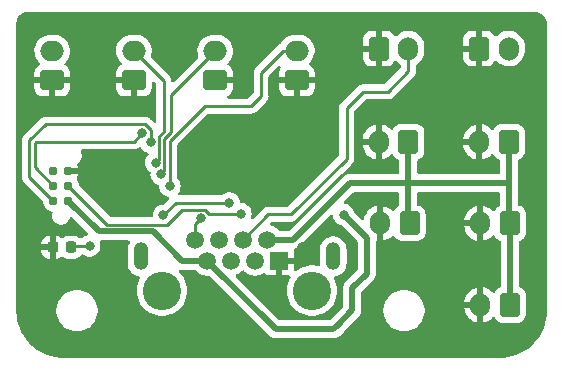
<source format=gbr>
%TF.GenerationSoftware,KiCad,Pcbnew,7.0.7*%
%TF.CreationDate,2023-09-01T18:47:46-05:00*%
%TF.ProjectId,ControlPanelSTM32QFN28,436f6e74-726f-46c5-9061-6e656c53544d,rev?*%
%TF.SameCoordinates,Original*%
%TF.FileFunction,Copper,L1,Top*%
%TF.FilePolarity,Positive*%
%FSLAX46Y46*%
G04 Gerber Fmt 4.6, Leading zero omitted, Abs format (unit mm)*
G04 Created by KiCad (PCBNEW 7.0.7) date 2023-09-01 18:47:46*
%MOMM*%
%LPD*%
G01*
G04 APERTURE LIST*
G04 Aperture macros list*
%AMRoundRect*
0 Rectangle with rounded corners*
0 $1 Rounding radius*
0 $2 $3 $4 $5 $6 $7 $8 $9 X,Y pos of 4 corners*
0 Add a 4 corners polygon primitive as box body*
4,1,4,$2,$3,$4,$5,$6,$7,$8,$9,$2,$3,0*
0 Add four circle primitives for the rounded corners*
1,1,$1+$1,$2,$3*
1,1,$1+$1,$4,$5*
1,1,$1+$1,$6,$7*
1,1,$1+$1,$8,$9*
0 Add four rect primitives between the rounded corners*
20,1,$1+$1,$2,$3,$4,$5,0*
20,1,$1+$1,$4,$5,$6,$7,0*
20,1,$1+$1,$6,$7,$8,$9,0*
20,1,$1+$1,$8,$9,$2,$3,0*%
G04 Aperture macros list end*
%TA.AperFunction,SMDPad,CuDef*%
%ADD10RoundRect,0.225000X-0.225000X-0.250000X0.225000X-0.250000X0.225000X0.250000X-0.225000X0.250000X0*%
%TD*%
%TA.AperFunction,ConnectorPad*%
%ADD11C,0.787400*%
%TD*%
%TA.AperFunction,ComponentPad*%
%ADD12RoundRect,0.250000X-0.600000X-0.750000X0.600000X-0.750000X0.600000X0.750000X-0.600000X0.750000X0*%
%TD*%
%TA.AperFunction,ComponentPad*%
%ADD13O,1.700000X2.000000*%
%TD*%
%TA.AperFunction,ComponentPad*%
%ADD14RoundRect,0.250000X0.600000X0.750000X-0.600000X0.750000X-0.600000X-0.750000X0.600000X-0.750000X0*%
%TD*%
%TA.AperFunction,WasherPad*%
%ADD15C,3.250000*%
%TD*%
%TA.AperFunction,ComponentPad*%
%ADD16R,1.500000X1.500000*%
%TD*%
%TA.AperFunction,ComponentPad*%
%ADD17C,1.500000*%
%TD*%
%TA.AperFunction,ComponentPad*%
%ADD18O,1.259000X2.362000*%
%TD*%
%TA.AperFunction,ComponentPad*%
%ADD19RoundRect,0.250000X0.750000X-0.600000X0.750000X0.600000X-0.750000X0.600000X-0.750000X-0.600000X0*%
%TD*%
%TA.AperFunction,ComponentPad*%
%ADD20O,2.000000X1.700000*%
%TD*%
%TA.AperFunction,ViaPad*%
%ADD21C,0.800000*%
%TD*%
%TA.AperFunction,Conductor*%
%ADD22C,0.508000*%
%TD*%
%TA.AperFunction,Conductor*%
%ADD23C,0.250000*%
%TD*%
%TA.AperFunction,Conductor*%
%ADD24C,0.254000*%
%TD*%
G04 APERTURE END LIST*
D10*
%TO.P,D1,1,K*%
%TO.N,GND*%
X134581600Y-105333800D03*
%TO.P,D1,2,A*%
%TO.N,Net-(D1-A)*%
X136131600Y-105333800D03*
%TD*%
D11*
%TO.P,J2,6,SWO*%
%TO.N,unconnected-(J2-SWO-Pad6)*%
X134645400Y-98856800D03*
%TO.P,J2,5,GND*%
%TO.N,GND*%
X135915400Y-98856800D03*
%TO.P,J2,4,SWCLK*%
%TO.N,SWCLK*%
X134645400Y-100126800D03*
%TO.P,J2,3,~{RESET}*%
%TO.N,/RESET*%
X135915400Y-100126800D03*
%TO.P,J2,2,SWDIO*%
%TO.N,SWDIO*%
X134645400Y-101396800D03*
%TO.P,J2,1,VCC*%
%TO.N,+3V3*%
X135915400Y-101396800D03*
%TD*%
D12*
%TO.P,J11,1,Pin_1*%
%TO.N,GND*%
X170700000Y-88500000D03*
D13*
%TO.P,J11,2,Pin_2*%
%TO.N,Sound1*%
X173200000Y-88500000D03*
%TD*%
D12*
%TO.P,J10,1,Pin_1*%
%TO.N,GND*%
X162200000Y-88500000D03*
D13*
%TO.P,J10,2,Pin_2*%
%TO.N,Sound2*%
X164700000Y-88500000D03*
%TD*%
D14*
%TO.P,J8,1,Pin_1*%
%TO.N,+5V*%
X164700000Y-96400000D03*
D13*
%TO.P,J8,2,Pin_2*%
%TO.N,GND*%
X162200000Y-96400000D03*
%TD*%
D14*
%TO.P,J12,1,Pin_1*%
%TO.N,+5V*%
X173200000Y-96400000D03*
D13*
%TO.P,J12,2,Pin_2*%
%TO.N,GND*%
X170700000Y-96400000D03*
%TD*%
D14*
%TO.P,J13,1,Pin_1*%
%TO.N,+5V*%
X164800000Y-103300000D03*
D13*
%TO.P,J13,2,Pin_2*%
%TO.N,GND*%
X162300000Y-103300000D03*
%TD*%
D14*
%TO.P,J14,1,Pin_1*%
%TO.N,+5V*%
X173300000Y-103300000D03*
D13*
%TO.P,J14,2,Pin_2*%
%TO.N,GND*%
X170800000Y-103300000D03*
%TD*%
D14*
%TO.P,J15,1,Pin_1*%
%TO.N,+5V*%
X173300000Y-110200000D03*
D13*
%TO.P,J15,2,Pin_2*%
%TO.N,GND*%
X170800000Y-110200000D03*
%TD*%
D15*
%TO.P,J1,*%
%TO.N,*%
X143843280Y-108999020D03*
X156543280Y-108999020D03*
D16*
%TO.P,J1,1*%
%TO.N,GND*%
X153742580Y-106459020D03*
D17*
%TO.P,J1,2*%
%TO.N,+5V*%
X152722580Y-104679020D03*
%TO.P,J1,3*%
%TO.N,Sound1*%
X151712580Y-106459020D03*
%TO.P,J1,4*%
%TO.N,Sound2*%
X150692580Y-104679020D03*
%TO.P,J1,5*%
%TO.N,JoyX*%
X149682580Y-106459020D03*
%TO.P,J1,6*%
%TO.N,JoyY*%
X148662580Y-104679020D03*
%TO.P,J1,7*%
%TO.N,+3V3*%
X147652580Y-106459020D03*
%TO.P,J1,8*%
%TO.N,Other*%
X146632580Y-104679020D03*
D18*
%TO.P,J1,9*%
%TO.N,N/C*%
X142063280Y-106097070D03*
%TO.P,J1,10*%
X158323280Y-106097070D03*
%TD*%
D19*
%TO.P,J5,1,Pin_1*%
%TO.N,GND*%
X155250000Y-91200000D03*
D20*
%TO.P,J5,2,Pin_2*%
%TO.N,LeftButton*%
X155250000Y-88700000D03*
%TD*%
D19*
%TO.P,J9,1,Pin_1*%
%TO.N,GND*%
X134550000Y-91200000D03*
D20*
%TO.P,J9,2,Pin_2*%
%TO.N,ReverseButton*%
X134550000Y-88700000D03*
%TD*%
D19*
%TO.P,J7,1,Pin_1*%
%TO.N,GND*%
X141450000Y-91200000D03*
D20*
%TO.P,J7,2,Pin_2*%
%TO.N,DriveButton*%
X141450000Y-88700000D03*
%TD*%
D19*
%TO.P,J6,1,Pin_1*%
%TO.N,GND*%
X148350000Y-91200000D03*
D20*
%TO.P,J6,2,Pin_2*%
%TO.N,RightButton*%
X148350000Y-88700000D03*
%TD*%
D21*
%TO.N,GND*%
X147370800Y-95199200D03*
X158013400Y-95123000D03*
X139928600Y-100355400D03*
X139903200Y-107111800D03*
X147929600Y-109575600D03*
X168249600Y-113639600D03*
X161315400Y-113842800D03*
X156108400Y-113614200D03*
X148031200Y-113563400D03*
X139776200Y-113766600D03*
X133045200Y-108000800D03*
X155702000Y-105333800D03*
X153644600Y-108585000D03*
%TO.N,/RESET*%
X150520400Y-102489000D03*
%TO.N,GND*%
X137185400Y-98831400D03*
%TO.N,LeftButton*%
X144500600Y-100152200D03*
%TO.N,RightButton*%
X143775600Y-99166379D03*
%TO.N,DriveButton*%
X143325600Y-98162850D03*
%TO.N,SWDIO*%
X142875600Y-96432480D03*
%TO.N,SWCLK*%
X142150600Y-95685503D03*
%TO.N,Net-(D1-A)*%
X137718800Y-105206800D03*
%TO.N,USER_LED*%
X143962547Y-102636747D03*
X149542004Y-101577498D03*
%TO.N,Other*%
X147172872Y-102859179D03*
%TO.N,GND*%
X154000200Y-100863400D03*
%TO.N,+3V3*%
X159207200Y-102565200D03*
%TD*%
D22*
%TO.N,GND*%
X153742580Y-108487020D02*
X153644600Y-108585000D01*
X153742580Y-106459020D02*
X153742580Y-108487020D01*
D23*
%TO.N,USER_LED*%
X149539106Y-101574600D02*
X145024694Y-101574600D01*
X145024694Y-101574600D02*
X143962547Y-102636747D01*
X149542004Y-101577498D02*
X149539106Y-101574600D01*
%TO.N,/RESET*%
X150520400Y-102489000D02*
X147827999Y-102489000D01*
D22*
%TO.N,+3V3*%
X138501000Y-103982400D02*
X135915400Y-101396800D01*
D23*
%TO.N,/RESET*%
X144221199Y-103403400D02*
X139192000Y-103403400D01*
D22*
%TO.N,+3V3*%
X145524220Y-106459020D02*
X143047600Y-103982400D01*
X147652580Y-106459020D02*
X145524220Y-106459020D01*
D23*
%TO.N,/RESET*%
X145490420Y-102134179D02*
X144221199Y-103403400D01*
X147827999Y-102489000D02*
X147473177Y-102134179D01*
X147473177Y-102134179D02*
X145490420Y-102134179D01*
%TO.N,Other*%
X146632580Y-104679020D02*
X146632580Y-103399471D01*
X146632580Y-103399471D02*
X147172872Y-102859179D01*
D22*
%TO.N,+3V3*%
X143047600Y-103982400D02*
X138501000Y-103982400D01*
D23*
%TO.N,/RESET*%
X139192000Y-103403400D02*
X135915400Y-100126800D01*
%TO.N,SWCLK*%
X133135200Y-96404600D02*
X141431503Y-96404600D01*
X134645400Y-100126800D02*
X133070600Y-98552000D01*
X141431503Y-96404600D02*
X142150600Y-95685503D01*
%TO.N,SWDIO*%
X132620600Y-99372000D02*
X134645400Y-101396800D01*
X133983604Y-94919800D02*
X132620600Y-96282804D01*
%TO.N,SWCLK*%
X133070600Y-96469200D02*
X133135200Y-96404600D01*
X133070600Y-98552000D02*
X133070600Y-96469200D01*
%TO.N,SWDIO*%
X142410202Y-94919800D02*
X133983604Y-94919800D01*
X142875600Y-95385198D02*
X142410202Y-94919800D01*
X142875600Y-96432480D02*
X142875600Y-95385198D01*
X132620600Y-96282804D02*
X132620600Y-99372000D01*
D22*
%TO.N,GND*%
X137160000Y-98856800D02*
X137185400Y-98831400D01*
X135915400Y-98856800D02*
X137160000Y-98856800D01*
D24*
%TO.N,Sound2*%
X164700000Y-90417600D02*
X164700000Y-88500000D01*
X162941000Y-92176600D02*
X164700000Y-90417600D01*
X159461200Y-97815400D02*
X159461200Y-93548200D01*
X152831800Y-102539800D02*
X154736800Y-102539800D01*
X154736800Y-102539800D02*
X159461200Y-97815400D01*
X159461200Y-93548200D02*
X160832800Y-92176600D01*
X160832800Y-92176600D02*
X162941000Y-92176600D01*
X150692580Y-104679020D02*
X152831800Y-102539800D01*
D23*
%TO.N,LeftButton*%
X144500600Y-96316800D02*
X147447000Y-93370400D01*
%TO.N,DriveButton*%
X143600600Y-97887850D02*
X143325600Y-98162850D01*
X143974400Y-95570208D02*
X143600600Y-95944008D01*
%TO.N,LeftButton*%
X152222200Y-92532200D02*
X152222200Y-90576400D01*
%TO.N,DriveButton*%
X143974400Y-91224400D02*
X143974400Y-95570208D01*
X141450000Y-88700000D02*
X143974400Y-91224400D01*
%TO.N,RightButton*%
X144050600Y-98891379D02*
X143775600Y-99166379D01*
X144050600Y-96130404D02*
X144050600Y-98891379D01*
X144627600Y-95553404D02*
X144050600Y-96130404D01*
X144627600Y-92422400D02*
X144627600Y-95553404D01*
X148350000Y-88700000D02*
X144627600Y-92422400D01*
%TO.N,LeftButton*%
X151384000Y-93370400D02*
X152222200Y-92532200D01*
X147447000Y-93370400D02*
X151384000Y-93370400D01*
X144500600Y-100152200D02*
X144500600Y-96316800D01*
X154098600Y-88700000D02*
X155250000Y-88700000D01*
%TO.N,DriveButton*%
X143600600Y-95944008D02*
X143600600Y-97887850D01*
%TO.N,LeftButton*%
X152222200Y-90576400D02*
X154098600Y-88700000D01*
%TO.N,Net-(D1-A)*%
X136258600Y-105206800D02*
X136131600Y-105333800D01*
X137718800Y-105206800D02*
X136258600Y-105206800D01*
D22*
%TO.N,+3V3*%
X161163000Y-104521000D02*
X159207200Y-102565200D01*
X159943800Y-108788200D02*
X161163000Y-107569000D01*
X158648400Y-111963200D02*
X159943800Y-110667800D01*
X158343600Y-112268000D02*
X158648400Y-111963200D01*
X161163000Y-107569000D02*
X161163000Y-106832400D01*
X161163000Y-106832400D02*
X161163000Y-104521000D01*
X154101800Y-112268000D02*
X158343600Y-112268000D01*
X159943800Y-110667800D02*
X159943800Y-108788200D01*
X147652580Y-106459020D02*
X153461560Y-112268000D01*
X153461560Y-112268000D02*
X154101800Y-112268000D01*
%TO.N,+5V*%
X173174600Y-99898200D02*
X173200000Y-99923600D01*
X164642800Y-99898200D02*
X173174600Y-99898200D01*
X173200000Y-103200000D02*
X173200000Y-99923600D01*
X173200000Y-99923600D02*
X173200000Y-96400000D01*
X173300000Y-103300000D02*
X173200000Y-103200000D01*
X173300000Y-110200000D02*
X173300000Y-103300000D01*
X164700000Y-99841000D02*
X164642800Y-99898200D01*
X164700000Y-96400000D02*
X164700000Y-99841000D01*
X164642800Y-103142800D02*
X164800000Y-103300000D01*
X164642800Y-99898200D02*
X164642800Y-103142800D01*
X159715200Y-99898200D02*
X164642800Y-99898200D01*
X152722580Y-104679020D02*
X154934380Y-104679020D01*
X154934380Y-104679020D02*
X159715200Y-99898200D01*
%TD*%
%TA.AperFunction,Conductor*%
%TO.N,GND*%
G36*
X158224132Y-102571770D02*
G01*
X158280968Y-102614317D01*
X158305410Y-102676656D01*
X158313657Y-102755127D01*
X158338621Y-102831957D01*
X158372673Y-102936756D01*
X158372676Y-102936761D01*
X158468158Y-103102141D01*
X158468165Y-103102151D01*
X158595944Y-103244064D01*
X158595947Y-103244066D01*
X158750448Y-103356318D01*
X158924912Y-103433994D01*
X158980786Y-103445870D01*
X159043260Y-103479598D01*
X159043684Y-103480021D01*
X160363596Y-104799933D01*
X160397620Y-104862243D01*
X160400500Y-104889026D01*
X160400500Y-107200970D01*
X160380498Y-107269091D01*
X160363595Y-107290066D01*
X159450398Y-108203262D01*
X159436549Y-108215231D01*
X159416978Y-108229801D01*
X159416976Y-108229803D01*
X159382856Y-108270465D01*
X159379149Y-108274511D01*
X159373228Y-108280433D01*
X159373228Y-108280434D01*
X159352554Y-108306579D01*
X159302404Y-108366347D01*
X159298374Y-108372475D01*
X159298323Y-108372442D01*
X159294205Y-108378906D01*
X159294255Y-108378937D01*
X159290407Y-108385174D01*
X159257425Y-108455905D01*
X159222404Y-108525638D01*
X159219895Y-108532532D01*
X159219839Y-108532511D01*
X159217325Y-108539745D01*
X159217382Y-108539764D01*
X159215075Y-108546724D01*
X159199298Y-108623134D01*
X159181299Y-108699078D01*
X159180448Y-108706367D01*
X159180387Y-108706359D01*
X159179609Y-108713973D01*
X159179671Y-108713979D01*
X159179031Y-108721290D01*
X159179031Y-108721291D01*
X159179774Y-108746831D01*
X159181300Y-108799275D01*
X159181300Y-110299771D01*
X159161298Y-110367892D01*
X159144396Y-110388866D01*
X158064667Y-111468595D01*
X158002355Y-111502621D01*
X157975572Y-111505500D01*
X153829588Y-111505500D01*
X153761467Y-111485498D01*
X153740493Y-111468595D01*
X150107807Y-107835909D01*
X150073781Y-107773597D01*
X150078846Y-107702782D01*
X150121393Y-107645946D01*
X150143652Y-107632619D01*
X150314234Y-107553076D01*
X150494618Y-107426769D01*
X150543572Y-107377815D01*
X150608485Y-107312903D01*
X150670797Y-107278877D01*
X150741612Y-107283942D01*
X150786675Y-107312903D01*
X150900537Y-107426765D01*
X150900541Y-107426768D01*
X150900542Y-107426769D01*
X151080926Y-107553076D01*
X151280504Y-107646140D01*
X151493209Y-107703135D01*
X151712580Y-107722327D01*
X151931951Y-107703135D01*
X152144656Y-107646140D01*
X152344234Y-107553076D01*
X152422268Y-107498435D01*
X152489537Y-107475749D01*
X152558398Y-107493034D01*
X152595403Y-107526141D01*
X152629675Y-107571924D01*
X152746614Y-107659464D01*
X152883486Y-107710514D01*
X152943982Y-107717019D01*
X152943995Y-107717020D01*
X153488580Y-107717020D01*
X153488580Y-106950064D01*
X153508582Y-106881943D01*
X153562238Y-106835450D01*
X153632512Y-106825346D01*
X153655490Y-106830891D01*
X153679169Y-106839020D01*
X153774066Y-106839020D01*
X153849842Y-106826375D01*
X153920324Y-106834891D01*
X153975015Y-106880162D01*
X153996548Y-106947814D01*
X153996580Y-106950656D01*
X153996580Y-107717020D01*
X154541165Y-107717020D01*
X154541172Y-107717019D01*
X154586911Y-107712101D01*
X154656780Y-107724705D01*
X154708743Y-107773082D01*
X154726303Y-107841873D01*
X154712256Y-107895347D01*
X154581838Y-108147039D01*
X154581837Y-108147042D01*
X154484098Y-108422057D01*
X154484094Y-108422070D01*
X154447063Y-108600273D01*
X154425346Y-108704788D01*
X154424712Y-108707837D01*
X154424711Y-108707843D01*
X154404795Y-108999015D01*
X154404795Y-108999024D01*
X154424711Y-109290196D01*
X154424712Y-109290202D01*
X154424713Y-109290210D01*
X154447415Y-109399456D01*
X154484094Y-109575969D01*
X154484098Y-109575982D01*
X154581836Y-109850995D01*
X154678050Y-110036677D01*
X154716117Y-110110142D01*
X154716122Y-110110149D01*
X154830289Y-110271888D01*
X154884433Y-110348592D01*
X155083650Y-110561902D01*
X155310058Y-110746098D01*
X155559438Y-110897749D01*
X155827145Y-111014031D01*
X155829476Y-111014684D01*
X156108184Y-111092775D01*
X156108192Y-111092777D01*
X156397331Y-111132519D01*
X156397345Y-111132520D01*
X156689215Y-111132520D01*
X156689228Y-111132519D01*
X156935368Y-111098687D01*
X156978368Y-111092777D01*
X157259415Y-111014031D01*
X157527122Y-110897749D01*
X157776502Y-110746098D01*
X158002910Y-110561902D01*
X158202127Y-110348592D01*
X158370443Y-110110142D01*
X158504723Y-109850995D01*
X158602464Y-109575976D01*
X158661847Y-109290210D01*
X158675102Y-109096430D01*
X158681765Y-108999024D01*
X158681765Y-108999015D01*
X158661848Y-108707843D01*
X158661847Y-108707837D01*
X158661847Y-108707830D01*
X158602464Y-108422064D01*
X158527009Y-108209751D01*
X158504723Y-108147044D01*
X158405782Y-107956098D01*
X158392201Y-107886412D01*
X158418451Y-107820446D01*
X158476198Y-107779145D01*
X158494492Y-107774276D01*
X158636043Y-107747816D01*
X158832703Y-107671630D01*
X159012016Y-107560604D01*
X159167875Y-107418520D01*
X159294972Y-107250216D01*
X159388979Y-107061424D01*
X159446695Y-106858573D01*
X159461280Y-106701179D01*
X159461280Y-105492961D01*
X159455400Y-105429512D01*
X159446695Y-105335568D01*
X159442883Y-105322171D01*
X159388979Y-105132716D01*
X159294972Y-104943924D01*
X159294969Y-104943920D01*
X159167876Y-104775620D01*
X159012017Y-104633536D01*
X158832709Y-104522513D01*
X158832705Y-104522511D01*
X158832703Y-104522510D01*
X158712230Y-104475838D01*
X158636044Y-104446324D01*
X158428731Y-104407570D01*
X158217829Y-104407570D01*
X158217828Y-104407570D01*
X158010515Y-104446324D01*
X157860308Y-104504515D01*
X157813857Y-104522510D01*
X157813856Y-104522510D01*
X157813855Y-104522511D01*
X157813850Y-104522513D01*
X157634542Y-104633536D01*
X157478683Y-104775620D01*
X157351589Y-104943921D01*
X157257581Y-105132716D01*
X157257578Y-105132724D01*
X157199864Y-105335568D01*
X157185456Y-105491058D01*
X157185280Y-105492961D01*
X157185280Y-106701179D01*
X157193312Y-106787854D01*
X157193312Y-106787856D01*
X157179680Y-106857531D01*
X157130543Y-106908776D01*
X157061501Y-106925321D01*
X157033856Y-106920809D01*
X156978370Y-106905263D01*
X156978367Y-106905262D01*
X156689228Y-106865520D01*
X156689215Y-106865520D01*
X156397345Y-106865520D01*
X156397331Y-106865520D01*
X156108192Y-106905262D01*
X156108184Y-106905264D01*
X155827153Y-106984006D01*
X155827143Y-106984009D01*
X155559443Y-107100288D01*
X155559438Y-107100290D01*
X155559438Y-107100291D01*
X155312897Y-107250216D01*
X155310055Y-107251944D01*
X155206097Y-107336520D01*
X155140631Y-107363994D01*
X155070705Y-107351713D01*
X155018518Y-107303577D01*
X155000580Y-107238780D01*
X155000580Y-106713020D01*
X154237558Y-106713020D01*
X154169437Y-106693018D01*
X154122944Y-106639362D01*
X154112840Y-106569088D01*
X154115412Y-106556096D01*
X154116043Y-106553601D01*
X154116043Y-106553597D01*
X154116045Y-106553594D01*
X154126518Y-106427206D01*
X154109993Y-106361950D01*
X154112660Y-106291005D01*
X154153260Y-106232763D01*
X154218903Y-106205717D01*
X154232137Y-106205020D01*
X155000580Y-106205020D01*
X155000580Y-105660434D01*
X155000579Y-105660422D01*
X154994074Y-105599924D01*
X154993719Y-105598972D01*
X154993662Y-105598180D01*
X154992262Y-105592254D01*
X154993221Y-105592027D01*
X154988650Y-105528157D01*
X155022672Y-105465843D01*
X155084983Y-105431815D01*
X155086299Y-105431536D01*
X155089615Y-105430851D01*
X155089620Y-105430851D01*
X155089624Y-105430849D01*
X155096816Y-105429365D01*
X155096828Y-105429424D01*
X155104294Y-105427769D01*
X155104280Y-105427710D01*
X155111409Y-105426019D01*
X155111422Y-105426018D01*
X155184749Y-105399329D01*
X155258820Y-105374785D01*
X155258823Y-105374782D01*
X155265470Y-105371684D01*
X155265496Y-105371740D01*
X155272383Y-105368406D01*
X155272356Y-105368351D01*
X155278913Y-105365057D01*
X155278915Y-105365055D01*
X155278919Y-105365054D01*
X155317382Y-105339755D01*
X155344119Y-105322171D01*
X155367310Y-105307865D01*
X155410529Y-105281208D01*
X155410531Y-105281205D01*
X155416289Y-105276654D01*
X155416327Y-105276702D01*
X155422254Y-105271875D01*
X155422214Y-105271827D01*
X155427833Y-105267110D01*
X155427842Y-105267105D01*
X155451208Y-105242337D01*
X155481403Y-105210334D01*
X156892317Y-103799419D01*
X158091007Y-102600729D01*
X158153317Y-102566706D01*
X158224132Y-102571770D01*
G37*
%TD.AperFunction*%
%TA.AperFunction,Conductor*%
G36*
X163822421Y-100680702D02*
G01*
X163868914Y-100734358D01*
X163880300Y-100786700D01*
X163880300Y-101785688D01*
X163860298Y-101853809D01*
X163820447Y-101892929D01*
X163726347Y-101950970D01*
X163726341Y-101950975D01*
X163600975Y-102076341D01*
X163600966Y-102076353D01*
X163510669Y-102222746D01*
X163457883Y-102270224D01*
X163387808Y-102281627D01*
X163322693Y-102253334D01*
X163312463Y-102243783D01*
X163200443Y-102126903D01*
X163200435Y-102126897D01*
X163014586Y-101989443D01*
X162808165Y-101885369D01*
X162587137Y-101817680D01*
X162554000Y-101813435D01*
X162554000Y-102685966D01*
X162533998Y-102754087D01*
X162480342Y-102800580D01*
X162410069Y-102810683D01*
X162410068Y-102810683D01*
X162335768Y-102800000D01*
X162335763Y-102800000D01*
X162264237Y-102800000D01*
X162264231Y-102800000D01*
X162189932Y-102810683D01*
X162119658Y-102800580D01*
X162066002Y-102754087D01*
X162046000Y-102685966D01*
X162046000Y-101815561D01*
X161900906Y-101846831D01*
X161686412Y-101933022D01*
X161489564Y-102054227D01*
X161316038Y-102206951D01*
X161316035Y-102206954D01*
X161170819Y-102386800D01*
X161058077Y-102588617D01*
X160981068Y-102806571D01*
X160955735Y-102954313D01*
X160924508Y-103018074D01*
X160863766Y-103054830D01*
X160792796Y-103052912D01*
X160742452Y-103022114D01*
X160124603Y-102404265D01*
X160093865Y-102354107D01*
X160081672Y-102316582D01*
X160041727Y-102193644D01*
X159946240Y-102028256D01*
X159946238Y-102028254D01*
X159946234Y-102028248D01*
X159818455Y-101886335D01*
X159663952Y-101774082D01*
X159489488Y-101696406D01*
X159308946Y-101658030D01*
X159246472Y-101624301D01*
X159212151Y-101562152D01*
X159216879Y-101491313D01*
X159246044Y-101445693D01*
X159994135Y-100697602D01*
X160056445Y-100663579D01*
X160083228Y-100660700D01*
X163754300Y-100660700D01*
X163822421Y-100680702D01*
G37*
%TD.AperFunction*%
%TA.AperFunction,Conductor*%
G36*
X142067476Y-96855476D02*
G01*
X142083282Y-96877145D01*
X142096478Y-96900000D01*
X142136558Y-96969421D01*
X142136565Y-96969431D01*
X142264344Y-97111344D01*
X142264347Y-97111346D01*
X142418848Y-97223598D01*
X142566620Y-97289390D01*
X142593312Y-97301274D01*
X142619517Y-97306844D01*
X142681991Y-97340572D01*
X142716312Y-97402721D01*
X142711585Y-97473560D01*
X142686958Y-97514401D01*
X142586561Y-97625904D01*
X142586558Y-97625908D01*
X142492751Y-97788387D01*
X142491073Y-97791294D01*
X142487544Y-97802156D01*
X142432057Y-97972922D01*
X142412096Y-98162850D01*
X142432057Y-98352777D01*
X142438155Y-98371544D01*
X142491073Y-98534406D01*
X142491076Y-98534411D01*
X142586558Y-98699791D01*
X142586565Y-98699801D01*
X142714344Y-98841714D01*
X142824463Y-98921720D01*
X142867817Y-98977942D01*
X142875712Y-99036826D01*
X142862096Y-99166378D01*
X142882057Y-99356306D01*
X142898565Y-99407111D01*
X142941073Y-99537935D01*
X142965520Y-99580279D01*
X143036558Y-99703320D01*
X143036565Y-99703330D01*
X143164344Y-99845243D01*
X143164347Y-99845245D01*
X143318848Y-99957497D01*
X143388096Y-99988328D01*
X143493316Y-100035175D01*
X143499592Y-100037214D01*
X143498666Y-100040063D01*
X143549664Y-100067520D01*
X143584056Y-100129631D01*
X143585831Y-100145694D01*
X143586406Y-100145634D01*
X143607057Y-100342127D01*
X143637126Y-100434670D01*
X143666073Y-100523756D01*
X143666076Y-100523761D01*
X143761558Y-100689141D01*
X143761565Y-100689151D01*
X143889344Y-100831064D01*
X143889347Y-100831066D01*
X144043848Y-100943318D01*
X144218312Y-101020994D01*
X144374052Y-101054097D01*
X144436524Y-101087825D01*
X144470846Y-101149975D01*
X144466118Y-101220814D01*
X144436949Y-101266439D01*
X144012045Y-101691343D01*
X143949735Y-101725367D01*
X143922952Y-101728247D01*
X143867060Y-101728247D01*
X143680258Y-101767953D01*
X143505794Y-101845629D01*
X143351291Y-101957882D01*
X143223512Y-102099795D01*
X143223505Y-102099805D01*
X143128023Y-102265185D01*
X143128020Y-102265192D01*
X143069004Y-102446819D01*
X143049043Y-102636748D01*
X143049043Y-102643350D01*
X143046095Y-102643350D01*
X143035658Y-102700529D01*
X142987175Y-102752392D01*
X142923101Y-102769900D01*
X139506595Y-102769900D01*
X139438474Y-102749898D01*
X139417500Y-102732995D01*
X136855443Y-100170938D01*
X136821417Y-100108626D01*
X136819230Y-100095031D01*
X136803560Y-99945930D01*
X136802746Y-99938187D01*
X136744143Y-99757826D01*
X136744139Y-99757818D01*
X136649317Y-99593580D01*
X136649315Y-99593578D01*
X136633250Y-99575735D01*
X136602532Y-99511728D01*
X136611297Y-99441274D01*
X136633253Y-99407111D01*
X136648907Y-99389726D01*
X136648907Y-99389725D01*
X136743682Y-99225573D01*
X136802254Y-99045307D01*
X136822066Y-98856800D01*
X136802254Y-98668292D01*
X136743683Y-98488026D01*
X136676430Y-98371544D01*
X136659692Y-98302549D01*
X136682912Y-98235457D01*
X136716308Y-98203273D01*
X136779054Y-98162005D01*
X136898696Y-98035193D01*
X136985867Y-97884207D01*
X137035869Y-97717188D01*
X137046007Y-97543140D01*
X137015732Y-97371446D01*
X136975908Y-97279124D01*
X136947820Y-97214006D01*
X136939205Y-97143533D01*
X136970058Y-97079591D01*
X137030583Y-97042480D01*
X137063515Y-97038100D01*
X141347650Y-97038100D01*
X141363491Y-97039849D01*
X141363519Y-97039556D01*
X141371405Y-97040300D01*
X141371412Y-97040302D01*
X141441461Y-97038100D01*
X141471359Y-97038100D01*
X141478321Y-97037219D01*
X141484222Y-97036754D01*
X141531392Y-97035273D01*
X141550850Y-97029619D01*
X141570197Y-97025613D01*
X141590300Y-97023074D01*
X141634182Y-97005699D01*
X141639777Y-97003783D01*
X141668319Y-96995491D01*
X141685094Y-96990619D01*
X141685098Y-96990617D01*
X141702529Y-96980308D01*
X141720283Y-96971609D01*
X141739120Y-96964152D01*
X141777289Y-96936418D01*
X141782247Y-96933162D01*
X141822865Y-96909142D01*
X141837188Y-96894818D01*
X141852227Y-96881974D01*
X141868610Y-96870072D01*
X141877078Y-96859834D01*
X141935909Y-96820095D01*
X142006887Y-96818470D01*
X142067476Y-96855476D01*
G37*
%TD.AperFunction*%
%TA.AperFunction,Conductor*%
G36*
X175476831Y-85415241D02*
G01*
X175482619Y-85415510D01*
X175631858Y-85429358D01*
X175653466Y-85433285D01*
X175790195Y-85470693D01*
X175810794Y-85478314D01*
X175938949Y-85538897D01*
X175957912Y-85549979D01*
X176073592Y-85631890D01*
X176090342Y-85646095D01*
X176190055Y-85746865D01*
X176204076Y-85763755D01*
X176241803Y-85818244D01*
X176284769Y-85880300D01*
X176295650Y-85899378D01*
X176354879Y-86028164D01*
X176362282Y-86048843D01*
X176398245Y-86185951D01*
X176401945Y-86207601D01*
X176414215Y-86356937D01*
X176414425Y-86362422D01*
X176414299Y-86386917D01*
X176414451Y-86387892D01*
X176424664Y-110668835D01*
X176424596Y-110671783D01*
X176407400Y-111042321D01*
X176406859Y-111048139D01*
X176355634Y-111414019D01*
X176354556Y-111419762D01*
X176269671Y-111779327D01*
X176268066Y-111784946D01*
X176150249Y-112135114D01*
X176148131Y-112140560D01*
X175998399Y-112478308D01*
X175995786Y-112483535D01*
X175815419Y-112805976D01*
X175812338Y-112810928D01*
X175660114Y-113032129D01*
X175602895Y-113115274D01*
X175599363Y-113119928D01*
X175362631Y-113403583D01*
X175358683Y-113407891D01*
X175096715Y-113668393D01*
X175092385Y-113672316D01*
X174807409Y-113907453D01*
X174802735Y-113910959D01*
X174497210Y-114118696D01*
X174492231Y-114121754D01*
X174168802Y-114300300D01*
X174163561Y-114302884D01*
X173824965Y-114450724D01*
X173819508Y-114452811D01*
X173468697Y-114568657D01*
X173463069Y-114570230D01*
X173103022Y-114653099D01*
X173097274Y-114654144D01*
X172731108Y-114703317D01*
X172725287Y-114703825D01*
X172354688Y-114718940D01*
X172351772Y-114718991D01*
X172326148Y-114718849D01*
X172325181Y-114719000D01*
X135553466Y-114719000D01*
X135550555Y-114718933D01*
X135182284Y-114701905D01*
X135176487Y-114701368D01*
X134844275Y-114655028D01*
X134812806Y-114650638D01*
X134807094Y-114649570D01*
X134449648Y-114565500D01*
X134444048Y-114563906D01*
X134095890Y-114447215D01*
X134090461Y-114445112D01*
X133754547Y-114296792D01*
X133749350Y-114294204D01*
X133428553Y-114115521D01*
X133423605Y-114112458D01*
X133297341Y-114025966D01*
X133120650Y-113904930D01*
X133116024Y-113901436D01*
X133008795Y-113812394D01*
X132833515Y-113666843D01*
X132829223Y-113662931D01*
X132569567Y-113403275D01*
X132565656Y-113398984D01*
X132333930Y-113119928D01*
X132331060Y-113116472D01*
X132327572Y-113111853D01*
X132152367Y-112856085D01*
X132120041Y-112808894D01*
X132116981Y-112803952D01*
X131938290Y-112483141D01*
X131935712Y-112477962D01*
X131787385Y-112142033D01*
X131785284Y-112136609D01*
X131668593Y-111788451D01*
X131667003Y-111782866D01*
X131582925Y-111425388D01*
X131581863Y-111419710D01*
X131536259Y-111092775D01*
X131531131Y-111056012D01*
X131530594Y-111050215D01*
X131519450Y-110809182D01*
X134887500Y-110809182D01*
X134902587Y-110909274D01*
X134926604Y-111068619D01*
X135003933Y-111319314D01*
X135003938Y-111319327D01*
X135093595Y-111505500D01*
X135114557Y-111549029D01*
X135117773Y-111555706D01*
X135117777Y-111555713D01*
X135265562Y-111772472D01*
X135265567Y-111772479D01*
X135444019Y-111964805D01*
X135649143Y-112128386D01*
X135649146Y-112128388D01*
X135876352Y-112259566D01*
X135876356Y-112259567D01*
X135876357Y-112259568D01*
X136120584Y-112355420D01*
X136376370Y-112413802D01*
X136528409Y-112425195D01*
X136572503Y-112428500D01*
X136572506Y-112428500D01*
X136703497Y-112428500D01*
X136744516Y-112425425D01*
X136899630Y-112413802D01*
X137155416Y-112355420D01*
X137399643Y-112259568D01*
X137399645Y-112259566D01*
X137399647Y-112259566D01*
X137612614Y-112136609D01*
X137626857Y-112128386D01*
X137831981Y-111964805D01*
X138010433Y-111772479D01*
X138158228Y-111555704D01*
X138272063Y-111319323D01*
X138272066Y-111319314D01*
X138349395Y-111068619D01*
X138349396Y-111068615D01*
X138388500Y-110809182D01*
X138388500Y-110546818D01*
X138349396Y-110287385D01*
X138349395Y-110287383D01*
X138349395Y-110287380D01*
X138272066Y-110036685D01*
X138272061Y-110036672D01*
X138182643Y-109850995D01*
X138158228Y-109800296D01*
X138158226Y-109800293D01*
X138158222Y-109800286D01*
X138010437Y-109583527D01*
X138010433Y-109583521D01*
X137831981Y-109391195D01*
X137626857Y-109227614D01*
X137626852Y-109227611D01*
X137626853Y-109227611D01*
X137399647Y-109096433D01*
X137399639Y-109096430D01*
X137155419Y-109000581D01*
X137155417Y-109000580D01*
X136899632Y-108942198D01*
X136703497Y-108927500D01*
X136703494Y-108927500D01*
X136572506Y-108927500D01*
X136572503Y-108927500D01*
X136376367Y-108942198D01*
X136120582Y-109000580D01*
X136120580Y-109000581D01*
X135876360Y-109096430D01*
X135876352Y-109096433D01*
X135649146Y-109227611D01*
X135444018Y-109391195D01*
X135265566Y-109583522D01*
X135265562Y-109583527D01*
X135117777Y-109800286D01*
X135117773Y-109800293D01*
X135003938Y-110036672D01*
X135003933Y-110036685D01*
X134926604Y-110287380D01*
X134917379Y-110348588D01*
X134887500Y-110546818D01*
X134887500Y-110809182D01*
X131519450Y-110809182D01*
X131513567Y-110681944D01*
X131513500Y-110679034D01*
X131513500Y-110672215D01*
X131513500Y-105587800D01*
X133623600Y-105587800D01*
X133623600Y-105632652D01*
X133633855Y-105733029D01*
X133633857Y-105733041D01*
X133687752Y-105895684D01*
X133777709Y-106041528D01*
X133777714Y-106041534D01*
X133898865Y-106162685D01*
X133898871Y-106162690D01*
X134044715Y-106252647D01*
X134207358Y-106306542D01*
X134207370Y-106306544D01*
X134307747Y-106316799D01*
X134307747Y-106316800D01*
X134327600Y-106316800D01*
X134327600Y-105587800D01*
X133623600Y-105587800D01*
X131513500Y-105587800D01*
X131513500Y-105079800D01*
X133623600Y-105079800D01*
X134327600Y-105079800D01*
X134327600Y-104350800D01*
X134307747Y-104350800D01*
X134207370Y-104361055D01*
X134207358Y-104361057D01*
X134044715Y-104414952D01*
X133898871Y-104504909D01*
X133898865Y-104504914D01*
X133777714Y-104626065D01*
X133777709Y-104626071D01*
X133687752Y-104771915D01*
X133633857Y-104934558D01*
X133633855Y-104934570D01*
X133623600Y-105034947D01*
X133623600Y-105079800D01*
X131513500Y-105079800D01*
X131513500Y-98534404D01*
X131513500Y-96262747D01*
X131982380Y-96262747D01*
X131986820Y-96309721D01*
X131987100Y-96315654D01*
X131987099Y-99288146D01*
X131985351Y-99303988D01*
X131985644Y-99304016D01*
X131984898Y-99311907D01*
X131987100Y-99381957D01*
X131987100Y-99411851D01*
X131987101Y-99411872D01*
X131987978Y-99418820D01*
X131988444Y-99424732D01*
X131989926Y-99471888D01*
X131989927Y-99471893D01*
X131995577Y-99491339D01*
X131999586Y-99510697D01*
X132002125Y-99530793D01*
X132002126Y-99530799D01*
X132019493Y-99574662D01*
X132021416Y-99580279D01*
X132034582Y-99625593D01*
X132044894Y-99643031D01*
X132053588Y-99660779D01*
X132061044Y-99679609D01*
X132061050Y-99679620D01*
X132088777Y-99717783D01*
X132092037Y-99722746D01*
X132116060Y-99763365D01*
X132130379Y-99777684D01*
X132143217Y-99792714D01*
X132152756Y-99805843D01*
X132155128Y-99809107D01*
X132183394Y-99832491D01*
X132191486Y-99839185D01*
X132195867Y-99843171D01*
X133013396Y-100660700D01*
X133705355Y-101352659D01*
X133739381Y-101414971D01*
X133741570Y-101428583D01*
X133758053Y-101585412D01*
X133816656Y-101765773D01*
X133816660Y-101765781D01*
X133911482Y-101930019D01*
X133911484Y-101930021D01*
X134038382Y-102070957D01*
X134191810Y-102182429D01*
X134191812Y-102182430D01*
X134191815Y-102182432D01*
X134365069Y-102259570D01*
X134474614Y-102282854D01*
X134537088Y-102316582D01*
X134571409Y-102378731D01*
X134569125Y-102442236D01*
X134567754Y-102446819D01*
X134540931Y-102536413D01*
X134535087Y-102636748D01*
X134530793Y-102710460D01*
X134561068Y-102882154D01*
X134561069Y-102882156D01*
X134630119Y-103042235D01*
X134630121Y-103042239D01*
X134734231Y-103182082D01*
X134734232Y-103182083D01*
X134742099Y-103188684D01*
X134867784Y-103294148D01*
X134867786Y-103294149D01*
X135023585Y-103372394D01*
X135193229Y-103412600D01*
X135193231Y-103412600D01*
X135323839Y-103412600D01*
X135357517Y-103408663D01*
X135453564Y-103397437D01*
X135617393Y-103337808D01*
X135763054Y-103242005D01*
X135882696Y-103115193D01*
X135969867Y-102964207D01*
X136009460Y-102831954D01*
X136048158Y-102772434D01*
X136112893Y-102743283D01*
X136183113Y-102753757D01*
X136219260Y-102778997D01*
X137554267Y-104114004D01*
X137588292Y-104176315D01*
X137583227Y-104247130D01*
X137540680Y-104303966D01*
X137491370Y-104326344D01*
X137436514Y-104338004D01*
X137262047Y-104415682D01*
X137107547Y-104527933D01*
X137104237Y-104531610D01*
X137043791Y-104568850D01*
X137010600Y-104573300D01*
X136935615Y-104573300D01*
X136867494Y-104553298D01*
X136846523Y-104536398D01*
X136814640Y-104504515D01*
X136668701Y-104414498D01*
X136505936Y-104360564D01*
X136505933Y-104360563D01*
X136405480Y-104350300D01*
X136405472Y-104350300D01*
X135857728Y-104350300D01*
X135857720Y-104350300D01*
X135757266Y-104360563D01*
X135594499Y-104414498D01*
X135448559Y-104504515D01*
X135448553Y-104504520D01*
X135445342Y-104507732D01*
X135383030Y-104541758D01*
X135312215Y-104536693D01*
X135267152Y-104507732D01*
X135264334Y-104504914D01*
X135264328Y-104504909D01*
X135118484Y-104414952D01*
X134955841Y-104361057D01*
X134955829Y-104361055D01*
X134855452Y-104350800D01*
X134835600Y-104350800D01*
X134835600Y-106316800D01*
X134855453Y-106316800D01*
X134855452Y-106316799D01*
X134955829Y-106306544D01*
X134955841Y-106306542D01*
X135118484Y-106252647D01*
X135264327Y-106162690D01*
X135267146Y-106159872D01*
X135269560Y-106158553D01*
X135270086Y-106158138D01*
X135270156Y-106158227D01*
X135329456Y-106125843D01*
X135400272Y-106130904D01*
X135445345Y-106159870D01*
X135448560Y-106163085D01*
X135594499Y-106253102D01*
X135757264Y-106307036D01*
X135777356Y-106309088D01*
X135857720Y-106317300D01*
X135857728Y-106317300D01*
X136405480Y-106317300D01*
X136478536Y-106309835D01*
X136505936Y-106307036D01*
X136668701Y-106253102D01*
X136814640Y-106163085D01*
X136935885Y-106041840D01*
X136984178Y-105963544D01*
X137036963Y-105916067D01*
X137107037Y-105904664D01*
X137165478Y-105927755D01*
X137262048Y-105997918D01*
X137436512Y-106075594D01*
X137623313Y-106115300D01*
X137814287Y-106115300D01*
X138001088Y-106075594D01*
X138175552Y-105997918D01*
X138330053Y-105885666D01*
X138370901Y-105840300D01*
X138457834Y-105743751D01*
X138457835Y-105743749D01*
X138457840Y-105743744D01*
X138553327Y-105578356D01*
X138612342Y-105396728D01*
X138632304Y-105206800D01*
X138612342Y-105016872D01*
X138580072Y-104917555D01*
X138577564Y-104909837D01*
X138575536Y-104838869D01*
X138612199Y-104778071D01*
X138675911Y-104746745D01*
X138697397Y-104744900D01*
X140988842Y-104744900D01*
X141056963Y-104764902D01*
X141103456Y-104818558D01*
X141113560Y-104888832D01*
X141093072Y-104937992D01*
X141094654Y-104938972D01*
X141091590Y-104943920D01*
X140997581Y-105132716D01*
X140997578Y-105132724D01*
X140939864Y-105335568D01*
X140925280Y-105492957D01*
X140925280Y-106701182D01*
X140939864Y-106858571D01*
X140993178Y-107045952D01*
X140997581Y-107061424D01*
X141085894Y-107238780D01*
X141091589Y-107250218D01*
X141218683Y-107418519D01*
X141374542Y-107560603D01*
X141553850Y-107671626D01*
X141553851Y-107671626D01*
X141553857Y-107671630D01*
X141750517Y-107747816D01*
X141892059Y-107774275D01*
X141955342Y-107806453D01*
X141991184Y-107867738D01*
X141988203Y-107938672D01*
X141980778Y-107956097D01*
X141881835Y-108147047D01*
X141784098Y-108422057D01*
X141784094Y-108422070D01*
X141747063Y-108600273D01*
X141725346Y-108704788D01*
X141724712Y-108707837D01*
X141724711Y-108707843D01*
X141704795Y-108999015D01*
X141704795Y-108999024D01*
X141724711Y-109290196D01*
X141724712Y-109290202D01*
X141724713Y-109290210D01*
X141747415Y-109399456D01*
X141784094Y-109575969D01*
X141784098Y-109575982D01*
X141881836Y-109850995D01*
X141978050Y-110036677D01*
X142016117Y-110110142D01*
X142016122Y-110110149D01*
X142130289Y-110271888D01*
X142184433Y-110348592D01*
X142383650Y-110561902D01*
X142610058Y-110746098D01*
X142859438Y-110897749D01*
X143127145Y-111014031D01*
X143129476Y-111014684D01*
X143408184Y-111092775D01*
X143408192Y-111092777D01*
X143697331Y-111132519D01*
X143697345Y-111132520D01*
X143989215Y-111132520D01*
X143989228Y-111132519D01*
X144235368Y-111098687D01*
X144278368Y-111092777D01*
X144559415Y-111014031D01*
X144827122Y-110897749D01*
X145076502Y-110746098D01*
X145302910Y-110561902D01*
X145502127Y-110348592D01*
X145670443Y-110110142D01*
X145804723Y-109850995D01*
X145902464Y-109575976D01*
X145961847Y-109290210D01*
X145975102Y-109096430D01*
X145981765Y-108999024D01*
X145981765Y-108999015D01*
X145961848Y-108707843D01*
X145961847Y-108707837D01*
X145961847Y-108707830D01*
X145902464Y-108422064D01*
X145827009Y-108209751D01*
X145804723Y-108147044D01*
X145723788Y-107990849D01*
X145670443Y-107887898D01*
X145502127Y-107649448D01*
X145302910Y-107436138D01*
X145302900Y-107436130D01*
X145299759Y-107433196D01*
X145300466Y-107432439D01*
X145262914Y-107377815D01*
X145260710Y-107306852D01*
X145297221Y-107245963D01*
X145360855Y-107214479D01*
X145411709Y-107215977D01*
X145435097Y-107221520D01*
X145435103Y-107221520D01*
X145442386Y-107222372D01*
X145442378Y-107222432D01*
X145449994Y-107223210D01*
X145450000Y-107223150D01*
X145457304Y-107223788D01*
X145457312Y-107223790D01*
X145535331Y-107221520D01*
X146584552Y-107221520D01*
X146652673Y-107241522D01*
X146680087Y-107267845D01*
X146681289Y-107266837D01*
X146684828Y-107271054D01*
X146684831Y-107271058D01*
X146840542Y-107426769D01*
X147020926Y-107553076D01*
X147220504Y-107646140D01*
X147433209Y-107703135D01*
X147652580Y-107722327D01*
X147652582Y-107722326D01*
X147652585Y-107722327D01*
X147764138Y-107712567D01*
X147833743Y-107726555D01*
X147864215Y-107748992D01*
X152876618Y-112761396D01*
X152888591Y-112775250D01*
X152903162Y-112794822D01*
X152922368Y-112810938D01*
X152943829Y-112828945D01*
X152947875Y-112832653D01*
X152953795Y-112838573D01*
X152953796Y-112838574D01*
X152979939Y-112859245D01*
X153039708Y-112909397D01*
X153045839Y-112913429D01*
X153045804Y-112913480D01*
X153052257Y-112917591D01*
X153052289Y-112917540D01*
X153058533Y-112921391D01*
X153058537Y-112921393D01*
X153058540Y-112921395D01*
X153128535Y-112954034D01*
X153129271Y-112954377D01*
X153198994Y-112989394D01*
X153205893Y-112991905D01*
X153205871Y-112991963D01*
X153213097Y-112994474D01*
X153213117Y-112994416D01*
X153220085Y-112996725D01*
X153296498Y-113012502D01*
X153372432Y-113030499D01*
X153372433Y-113030499D01*
X153372437Y-113030500D01*
X153372441Y-113030500D01*
X153379726Y-113031352D01*
X153379718Y-113031412D01*
X153387333Y-113032190D01*
X153387339Y-113032129D01*
X153394643Y-113032767D01*
X153394651Y-113032769D01*
X153472636Y-113030500D01*
X154012677Y-113030500D01*
X158278872Y-113030500D01*
X158297132Y-113031830D01*
X158299174Y-113032129D01*
X158321272Y-113035366D01*
X158354705Y-113032440D01*
X158374155Y-113030740D01*
X158379648Y-113030500D01*
X158388014Y-113030500D01*
X158421111Y-113026631D01*
X158498840Y-113019831D01*
X158498846Y-113019828D01*
X158506025Y-113018347D01*
X158506037Y-113018407D01*
X158513514Y-113016749D01*
X158513500Y-113016690D01*
X158520629Y-113014999D01*
X158520642Y-113014998D01*
X158593969Y-112988309D01*
X158668040Y-112963765D01*
X158668043Y-112963762D01*
X158674690Y-112960664D01*
X158674716Y-112960720D01*
X158681603Y-112957386D01*
X158681576Y-112957331D01*
X158688133Y-112954037D01*
X158688135Y-112954035D01*
X158688139Y-112954034D01*
X158726602Y-112928735D01*
X158753339Y-112911151D01*
X158776530Y-112896845D01*
X158819749Y-112870188D01*
X158819751Y-112870185D01*
X158825509Y-112865634D01*
X158825547Y-112865682D01*
X158831474Y-112860855D01*
X158831434Y-112860807D01*
X158837053Y-112856090D01*
X158837062Y-112856085D01*
X158890619Y-112799317D01*
X159218973Y-112470965D01*
X159218974Y-112470962D01*
X159224430Y-112465507D01*
X159224438Y-112465497D01*
X160437201Y-111252735D01*
X160451040Y-111240775D01*
X160470622Y-111226198D01*
X160504752Y-111185521D01*
X160508451Y-111181485D01*
X160514373Y-111175565D01*
X160535045Y-111149420D01*
X160585196Y-111089653D01*
X160585198Y-111089648D01*
X160589230Y-111083520D01*
X160589283Y-111083555D01*
X160593395Y-111077100D01*
X160593341Y-111077067D01*
X160597190Y-111070825D01*
X160597195Y-111070820D01*
X160598222Y-111068619D01*
X160630177Y-111000088D01*
X160630176Y-111000088D01*
X160665194Y-110930366D01*
X160665194Y-110930364D01*
X160665196Y-110930361D01*
X160667708Y-110923461D01*
X160667766Y-110923482D01*
X160670275Y-110916262D01*
X160670216Y-110916243D01*
X160672522Y-110909278D01*
X160672525Y-110909274D01*
X160688302Y-110832861D01*
X160693914Y-110809182D01*
X162587500Y-110809182D01*
X162602587Y-110909274D01*
X162626604Y-111068619D01*
X162703933Y-111319314D01*
X162703938Y-111319327D01*
X162793595Y-111505500D01*
X162814557Y-111549029D01*
X162817773Y-111555706D01*
X162817777Y-111555713D01*
X162965562Y-111772472D01*
X162965567Y-111772479D01*
X163144019Y-111964805D01*
X163349143Y-112128386D01*
X163349146Y-112128388D01*
X163576352Y-112259566D01*
X163576356Y-112259567D01*
X163576357Y-112259568D01*
X163820584Y-112355420D01*
X164076370Y-112413802D01*
X164228408Y-112425195D01*
X164272503Y-112428500D01*
X164272506Y-112428500D01*
X164403497Y-112428500D01*
X164444516Y-112425425D01*
X164599630Y-112413802D01*
X164855416Y-112355420D01*
X165099643Y-112259568D01*
X165099645Y-112259566D01*
X165099647Y-112259566D01*
X165312614Y-112136609D01*
X165326857Y-112128386D01*
X165531981Y-111964805D01*
X165710433Y-111772479D01*
X165858228Y-111555704D01*
X165972063Y-111319323D01*
X165972066Y-111319314D01*
X166049395Y-111068619D01*
X166049396Y-111068615D01*
X166088500Y-110809182D01*
X166088500Y-110546818D01*
X166049396Y-110287385D01*
X166049395Y-110287383D01*
X166049395Y-110287380D01*
X165972066Y-110036685D01*
X165972061Y-110036672D01*
X165882643Y-109850995D01*
X165858228Y-109800296D01*
X165858226Y-109800293D01*
X165858222Y-109800286D01*
X165710437Y-109583527D01*
X165710433Y-109583521D01*
X165531981Y-109391195D01*
X165326857Y-109227614D01*
X165326852Y-109227611D01*
X165326853Y-109227611D01*
X165099647Y-109096433D01*
X165099639Y-109096430D01*
X164855419Y-109000581D01*
X164855417Y-109000580D01*
X164599632Y-108942198D01*
X164403497Y-108927500D01*
X164403494Y-108927500D01*
X164272506Y-108927500D01*
X164272503Y-108927500D01*
X164076367Y-108942198D01*
X163820582Y-109000580D01*
X163820580Y-109000581D01*
X163576360Y-109096430D01*
X163576352Y-109096433D01*
X163349146Y-109227611D01*
X163144018Y-109391195D01*
X162965566Y-109583522D01*
X162965562Y-109583527D01*
X162817777Y-109800286D01*
X162817773Y-109800293D01*
X162703938Y-110036672D01*
X162703933Y-110036685D01*
X162626604Y-110287380D01*
X162617379Y-110348588D01*
X162587500Y-110546818D01*
X162587500Y-110809182D01*
X160693914Y-110809182D01*
X160706300Y-110756923D01*
X160706300Y-110756916D01*
X160707152Y-110749634D01*
X160707212Y-110749641D01*
X160707990Y-110742026D01*
X160707929Y-110742021D01*
X160708567Y-110734717D01*
X160708569Y-110734709D01*
X160706300Y-110656724D01*
X160706300Y-109156226D01*
X160726302Y-109088105D01*
X160743200Y-109067136D01*
X161656401Y-108153935D01*
X161670240Y-108141975D01*
X161689822Y-108127398D01*
X161723952Y-108086721D01*
X161727651Y-108082685D01*
X161733573Y-108076765D01*
X161754245Y-108050620D01*
X161804396Y-107990853D01*
X161804398Y-107990848D01*
X161808430Y-107984720D01*
X161808483Y-107984755D01*
X161812595Y-107978300D01*
X161812541Y-107978267D01*
X161816390Y-107972025D01*
X161816395Y-107972020D01*
X161823820Y-107956098D01*
X161849377Y-107901288D01*
X161879217Y-107841873D01*
X161884394Y-107831566D01*
X161884394Y-107831564D01*
X161884396Y-107831561D01*
X161886908Y-107824661D01*
X161886966Y-107824682D01*
X161889475Y-107817462D01*
X161889416Y-107817443D01*
X161891722Y-107810478D01*
X161891725Y-107810474D01*
X161907502Y-107734061D01*
X161925500Y-107658123D01*
X161925500Y-107658116D01*
X161926352Y-107650834D01*
X161926412Y-107650841D01*
X161927190Y-107643226D01*
X161927129Y-107643221D01*
X161927767Y-107635917D01*
X161927769Y-107635909D01*
X161925500Y-107557924D01*
X161925500Y-106787988D01*
X161925499Y-104914294D01*
X161945501Y-104846174D01*
X161999157Y-104799681D01*
X162037744Y-104793829D01*
X162046000Y-104786563D01*
X162046000Y-103914033D01*
X162066002Y-103845912D01*
X162119658Y-103799419D01*
X162189926Y-103789315D01*
X162264237Y-103800000D01*
X162335763Y-103800000D01*
X162410069Y-103789316D01*
X162480341Y-103799419D01*
X162533997Y-103845911D01*
X162554000Y-103914031D01*
X162554000Y-104784436D01*
X162699093Y-104753167D01*
X162913587Y-104666977D01*
X163110435Y-104545772D01*
X163283960Y-104393049D01*
X163306183Y-104365526D01*
X163364539Y-104325090D01*
X163435492Y-104322622D01*
X163496517Y-104358906D01*
X163511457Y-104378530D01*
X163569787Y-104473096D01*
X163600970Y-104523652D01*
X163600975Y-104523658D01*
X163726341Y-104649024D01*
X163726347Y-104649029D01*
X163726348Y-104649030D01*
X163877262Y-104742115D01*
X164045574Y-104797887D01*
X164149455Y-104808500D01*
X165450544Y-104808499D01*
X165554426Y-104797887D01*
X165722738Y-104742115D01*
X165873652Y-104649030D01*
X165999030Y-104523652D01*
X166092115Y-104372738D01*
X166147887Y-104204426D01*
X166158500Y-104100545D01*
X166158499Y-102499456D01*
X166147887Y-102395574D01*
X166092115Y-102227262D01*
X165999030Y-102076348D01*
X165999029Y-102076347D01*
X165999024Y-102076341D01*
X165873658Y-101950975D01*
X165873652Y-101950970D01*
X165822425Y-101919373D01*
X165722738Y-101857885D01*
X165638582Y-101829998D01*
X165554427Y-101802113D01*
X165554421Y-101802112D01*
X165518491Y-101798441D01*
X165452757Y-101771618D01*
X165411959Y-101713514D01*
X165405300Y-101673094D01*
X165405300Y-100786700D01*
X165425302Y-100718579D01*
X165478958Y-100672086D01*
X165531300Y-100660700D01*
X172311500Y-100660700D01*
X172379621Y-100680702D01*
X172426114Y-100734358D01*
X172437500Y-100786700D01*
X172437500Y-101750407D01*
X172417498Y-101818528D01*
X172377647Y-101857648D01*
X172377263Y-101857884D01*
X172377262Y-101857885D01*
X172320447Y-101892929D01*
X172226347Y-101950970D01*
X172226341Y-101950975D01*
X172100975Y-102076341D01*
X172100966Y-102076353D01*
X172010669Y-102222746D01*
X171957883Y-102270224D01*
X171887808Y-102281627D01*
X171822693Y-102253334D01*
X171812463Y-102243783D01*
X171700443Y-102126903D01*
X171700435Y-102126897D01*
X171514586Y-101989443D01*
X171308165Y-101885369D01*
X171087137Y-101817680D01*
X171054000Y-101813435D01*
X171054000Y-102685966D01*
X171033998Y-102754087D01*
X170980342Y-102800580D01*
X170910069Y-102810683D01*
X170910068Y-102810683D01*
X170835768Y-102800000D01*
X170835763Y-102800000D01*
X170764237Y-102800000D01*
X170764231Y-102800000D01*
X170689932Y-102810683D01*
X170619658Y-102800580D01*
X170566002Y-102754087D01*
X170546000Y-102685966D01*
X170546000Y-101815561D01*
X170400906Y-101846831D01*
X170186412Y-101933022D01*
X169989564Y-102054227D01*
X169816038Y-102206951D01*
X169816035Y-102206954D01*
X169670819Y-102386800D01*
X169558077Y-102588617D01*
X169481068Y-102806570D01*
X169442000Y-103034419D01*
X169442000Y-103046000D01*
X170185156Y-103046000D01*
X170253277Y-103066002D01*
X170299770Y-103119658D01*
X170309874Y-103189932D01*
X170306052Y-103207496D01*
X170300000Y-103228111D01*
X170300000Y-103371889D01*
X170302209Y-103379413D01*
X170306053Y-103392504D01*
X170306052Y-103463500D01*
X170267667Y-103523226D01*
X170203086Y-103552718D01*
X170185156Y-103554000D01*
X169445942Y-103554000D01*
X169456693Y-103680331D01*
X169456695Y-103680338D01*
X169514940Y-103904033D01*
X169610157Y-104114678D01*
X169610160Y-104114684D01*
X169739606Y-104306205D01*
X169739612Y-104306213D01*
X169899556Y-104473096D01*
X169899564Y-104473102D01*
X170085413Y-104610556D01*
X170291834Y-104714630D01*
X170291833Y-104714630D01*
X170512864Y-104782320D01*
X170546000Y-104786562D01*
X170546000Y-103914033D01*
X170566002Y-103845912D01*
X170619658Y-103799419D01*
X170689926Y-103789315D01*
X170764237Y-103800000D01*
X170835763Y-103800000D01*
X170910069Y-103789316D01*
X170980341Y-103799419D01*
X171033997Y-103845911D01*
X171054000Y-103914031D01*
X171054000Y-104784436D01*
X171199093Y-104753167D01*
X171413587Y-104666977D01*
X171610435Y-104545772D01*
X171783960Y-104393049D01*
X171806183Y-104365526D01*
X171864539Y-104325090D01*
X171935492Y-104322622D01*
X171996517Y-104358906D01*
X172011457Y-104378530D01*
X172069787Y-104473096D01*
X172100970Y-104523652D01*
X172100975Y-104523658D01*
X172226341Y-104649024D01*
X172226347Y-104649029D01*
X172226348Y-104649030D01*
X172377262Y-104742115D01*
X172451133Y-104766592D01*
X172509503Y-104807004D01*
X172536760Y-104872560D01*
X172537500Y-104886196D01*
X172537500Y-108613802D01*
X172517498Y-108681923D01*
X172463842Y-108728416D01*
X172451133Y-108733406D01*
X172377265Y-108757883D01*
X172226347Y-108850970D01*
X172226341Y-108850975D01*
X172100975Y-108976341D01*
X172100966Y-108976353D01*
X172010669Y-109122746D01*
X171957883Y-109170224D01*
X171887808Y-109181627D01*
X171822693Y-109153334D01*
X171812463Y-109143783D01*
X171700443Y-109026903D01*
X171700435Y-109026897D01*
X171514586Y-108889443D01*
X171308165Y-108785369D01*
X171087137Y-108717680D01*
X171054000Y-108713435D01*
X171054000Y-109585966D01*
X171033998Y-109654087D01*
X170980342Y-109700580D01*
X170910069Y-109710683D01*
X170910068Y-109710683D01*
X170835768Y-109700000D01*
X170835763Y-109700000D01*
X170764237Y-109700000D01*
X170764231Y-109700000D01*
X170689932Y-109710683D01*
X170619658Y-109700580D01*
X170566002Y-109654087D01*
X170546000Y-109585966D01*
X170546000Y-108715561D01*
X170400906Y-108746831D01*
X170186412Y-108833022D01*
X169989564Y-108954227D01*
X169816038Y-109106951D01*
X169816035Y-109106954D01*
X169670819Y-109286800D01*
X169558077Y-109488617D01*
X169481068Y-109706570D01*
X169442000Y-109934419D01*
X169442000Y-109946000D01*
X170185156Y-109946000D01*
X170253277Y-109966002D01*
X170299770Y-110019658D01*
X170309874Y-110089932D01*
X170306053Y-110107496D01*
X170300000Y-110128111D01*
X170300000Y-110271888D01*
X170306053Y-110292504D01*
X170306052Y-110363500D01*
X170267667Y-110423226D01*
X170203086Y-110452718D01*
X170185156Y-110454000D01*
X169445942Y-110454000D01*
X169456693Y-110580331D01*
X169456695Y-110580338D01*
X169514940Y-110804033D01*
X169610157Y-111014678D01*
X169610160Y-111014684D01*
X169739606Y-111206205D01*
X169739612Y-111206213D01*
X169899556Y-111373096D01*
X169899564Y-111373102D01*
X170085413Y-111510556D01*
X170291834Y-111614630D01*
X170291833Y-111614630D01*
X170512864Y-111682320D01*
X170546000Y-111686562D01*
X170546000Y-110814033D01*
X170566002Y-110745912D01*
X170619658Y-110699419D01*
X170689926Y-110689315D01*
X170764237Y-110700000D01*
X170835763Y-110700000D01*
X170910069Y-110689316D01*
X170980341Y-110699419D01*
X171033997Y-110745911D01*
X171054000Y-110814031D01*
X171054000Y-111684437D01*
X171199093Y-111653167D01*
X171413587Y-111566977D01*
X171610435Y-111445772D01*
X171783960Y-111293049D01*
X171806183Y-111265526D01*
X171864539Y-111225090D01*
X171935492Y-111222622D01*
X171996517Y-111258906D01*
X172011457Y-111278530D01*
X172062333Y-111361012D01*
X172100970Y-111423652D01*
X172100975Y-111423658D01*
X172226341Y-111549024D01*
X172226347Y-111549029D01*
X172226348Y-111549030D01*
X172377262Y-111642115D01*
X172545574Y-111697887D01*
X172649455Y-111708500D01*
X173950544Y-111708499D01*
X174054426Y-111697887D01*
X174222738Y-111642115D01*
X174373652Y-111549030D01*
X174499030Y-111423652D01*
X174592115Y-111272738D01*
X174647887Y-111104426D01*
X174658500Y-111000545D01*
X174658499Y-109399456D01*
X174647887Y-109295574D01*
X174592115Y-109127262D01*
X174499030Y-108976348D01*
X174499029Y-108976347D01*
X174499024Y-108976341D01*
X174373658Y-108850975D01*
X174373652Y-108850970D01*
X174373652Y-108850969D01*
X174222738Y-108757885D01*
X174222734Y-108757883D01*
X174222735Y-108757883D01*
X174148867Y-108733406D01*
X174090495Y-108692992D01*
X174063240Y-108627436D01*
X174062500Y-108613802D01*
X174062500Y-104886196D01*
X174082502Y-104818075D01*
X174136158Y-104771582D01*
X174148852Y-104766597D01*
X174222738Y-104742115D01*
X174373652Y-104649030D01*
X174499030Y-104523652D01*
X174592115Y-104372738D01*
X174647887Y-104204426D01*
X174658500Y-104100545D01*
X174658499Y-102499456D01*
X174647887Y-102395574D01*
X174592115Y-102227262D01*
X174499030Y-102076348D01*
X174499029Y-102076347D01*
X174499024Y-102076341D01*
X174373658Y-101950975D01*
X174373652Y-101950970D01*
X174222738Y-101857885D01*
X174185751Y-101845629D01*
X174054426Y-101802113D01*
X174054425Y-101802112D01*
X174048867Y-101800271D01*
X173990496Y-101759857D01*
X173963240Y-101694300D01*
X173962500Y-101680666D01*
X173962500Y-99988328D01*
X173963830Y-99970068D01*
X173965671Y-99957496D01*
X173967366Y-99945928D01*
X173964754Y-99916082D01*
X173962740Y-99893044D01*
X173962500Y-99887551D01*
X173962500Y-97986196D01*
X173982502Y-97918075D01*
X174036158Y-97871582D01*
X174048852Y-97866597D01*
X174122738Y-97842115D01*
X174273652Y-97749030D01*
X174399030Y-97623652D01*
X174492115Y-97472738D01*
X174547887Y-97304426D01*
X174558500Y-97200545D01*
X174558499Y-95599456D01*
X174547887Y-95495574D01*
X174492115Y-95327262D01*
X174399030Y-95176348D01*
X174399029Y-95176347D01*
X174399024Y-95176341D01*
X174273658Y-95050975D01*
X174273652Y-95050970D01*
X174167296Y-94985369D01*
X174122738Y-94957885D01*
X174001405Y-94917680D01*
X173954427Y-94902113D01*
X173954420Y-94902112D01*
X173850553Y-94891500D01*
X172549455Y-94891500D01*
X172445574Y-94902112D01*
X172277261Y-94957885D01*
X172126347Y-95050970D01*
X172126341Y-95050975D01*
X172000975Y-95176341D01*
X172000966Y-95176353D01*
X171910669Y-95322746D01*
X171857883Y-95370224D01*
X171787808Y-95381627D01*
X171722693Y-95353334D01*
X171712463Y-95343783D01*
X171600443Y-95226903D01*
X171600435Y-95226897D01*
X171414586Y-95089443D01*
X171208165Y-94985369D01*
X170987137Y-94917680D01*
X170954000Y-94913435D01*
X170954000Y-95785966D01*
X170933998Y-95854087D01*
X170880342Y-95900580D01*
X170810069Y-95910683D01*
X170810068Y-95910683D01*
X170735768Y-95900000D01*
X170735763Y-95900000D01*
X170664237Y-95900000D01*
X170664231Y-95900000D01*
X170589932Y-95910683D01*
X170519658Y-95900580D01*
X170466002Y-95854087D01*
X170446000Y-95785966D01*
X170446000Y-94915561D01*
X170300906Y-94946831D01*
X170086412Y-95033022D01*
X169889564Y-95154227D01*
X169716038Y-95306951D01*
X169716035Y-95306954D01*
X169570819Y-95486800D01*
X169458077Y-95688617D01*
X169381068Y-95906570D01*
X169342000Y-96134419D01*
X169342000Y-96146000D01*
X170085156Y-96146000D01*
X170153277Y-96166002D01*
X170199770Y-96219658D01*
X170209874Y-96289932D01*
X170206053Y-96307496D01*
X170200000Y-96328111D01*
X170200000Y-96471888D01*
X170206053Y-96492504D01*
X170206052Y-96563500D01*
X170167667Y-96623226D01*
X170103086Y-96652718D01*
X170085156Y-96654000D01*
X169345942Y-96654000D01*
X169356693Y-96780331D01*
X169356695Y-96780338D01*
X169414940Y-97004033D01*
X169510157Y-97214678D01*
X169510160Y-97214684D01*
X169639606Y-97406205D01*
X169639612Y-97406213D01*
X169799556Y-97573096D01*
X169799564Y-97573102D01*
X169985413Y-97710556D01*
X170191834Y-97814630D01*
X170191833Y-97814630D01*
X170412864Y-97882320D01*
X170446000Y-97886562D01*
X170446000Y-97014033D01*
X170466002Y-96945912D01*
X170519658Y-96899419D01*
X170589926Y-96889315D01*
X170664237Y-96900000D01*
X170735763Y-96900000D01*
X170810069Y-96889316D01*
X170880341Y-96899419D01*
X170933997Y-96945911D01*
X170954000Y-97014031D01*
X170954000Y-97884437D01*
X171099093Y-97853167D01*
X171313587Y-97766977D01*
X171510435Y-97645772D01*
X171683960Y-97493049D01*
X171706183Y-97465526D01*
X171764539Y-97425090D01*
X171835492Y-97422622D01*
X171896517Y-97458906D01*
X171911459Y-97478532D01*
X172000970Y-97623652D01*
X172000975Y-97623658D01*
X172126341Y-97749024D01*
X172126347Y-97749029D01*
X172126348Y-97749030D01*
X172277262Y-97842115D01*
X172351133Y-97866592D01*
X172409503Y-97907004D01*
X172436760Y-97972560D01*
X172437500Y-97986196D01*
X172437500Y-99009700D01*
X172417498Y-99077821D01*
X172363842Y-99124314D01*
X172311500Y-99135700D01*
X165588500Y-99135700D01*
X165520379Y-99115698D01*
X165473886Y-99062042D01*
X165462500Y-99009700D01*
X165462500Y-97986196D01*
X165482502Y-97918075D01*
X165536158Y-97871582D01*
X165548852Y-97866597D01*
X165622738Y-97842115D01*
X165773652Y-97749030D01*
X165899030Y-97623652D01*
X165992115Y-97472738D01*
X166047887Y-97304426D01*
X166058500Y-97200545D01*
X166058499Y-95599456D01*
X166047887Y-95495574D01*
X165992115Y-95327262D01*
X165899030Y-95176348D01*
X165899029Y-95176347D01*
X165899024Y-95176341D01*
X165773658Y-95050975D01*
X165773652Y-95050970D01*
X165667296Y-94985369D01*
X165622738Y-94957885D01*
X165501405Y-94917680D01*
X165454427Y-94902113D01*
X165454420Y-94902112D01*
X165350553Y-94891500D01*
X164049455Y-94891500D01*
X163945574Y-94902112D01*
X163777261Y-94957885D01*
X163626347Y-95050970D01*
X163626341Y-95050975D01*
X163500975Y-95176341D01*
X163500966Y-95176353D01*
X163410669Y-95322746D01*
X163357883Y-95370224D01*
X163287808Y-95381627D01*
X163222693Y-95353334D01*
X163212463Y-95343783D01*
X163100443Y-95226903D01*
X163100435Y-95226897D01*
X162914586Y-95089443D01*
X162708165Y-94985369D01*
X162487137Y-94917680D01*
X162453999Y-94913435D01*
X162453999Y-95785965D01*
X162433997Y-95854086D01*
X162380341Y-95900579D01*
X162310069Y-95910683D01*
X162248665Y-95901855D01*
X162235763Y-95900000D01*
X162164237Y-95900000D01*
X162164231Y-95900000D01*
X162089932Y-95910683D01*
X162019658Y-95900580D01*
X161966002Y-95854087D01*
X161946000Y-95785966D01*
X161946000Y-94915561D01*
X161800906Y-94946831D01*
X161586412Y-95033022D01*
X161389564Y-95154227D01*
X161216038Y-95306951D01*
X161216035Y-95306954D01*
X161070819Y-95486800D01*
X160958077Y-95688617D01*
X160881068Y-95906570D01*
X160842000Y-96134419D01*
X160842000Y-96146000D01*
X161585156Y-96146000D01*
X161653277Y-96166002D01*
X161699770Y-96219658D01*
X161709874Y-96289932D01*
X161706053Y-96307496D01*
X161700000Y-96328111D01*
X161700000Y-96471888D01*
X161706053Y-96492504D01*
X161706052Y-96563500D01*
X161667667Y-96623226D01*
X161603086Y-96652718D01*
X161585156Y-96654000D01*
X160845942Y-96654000D01*
X160856693Y-96780331D01*
X160856695Y-96780338D01*
X160914940Y-97004033D01*
X161010157Y-97214678D01*
X161010160Y-97214684D01*
X161139606Y-97406205D01*
X161139612Y-97406213D01*
X161299556Y-97573096D01*
X161299564Y-97573102D01*
X161485413Y-97710556D01*
X161691834Y-97814630D01*
X161691833Y-97814630D01*
X161912864Y-97882320D01*
X161946000Y-97886562D01*
X161946000Y-97014033D01*
X161966002Y-96945912D01*
X162019658Y-96899419D01*
X162089926Y-96889315D01*
X162164237Y-96900000D01*
X162235763Y-96900000D01*
X162266583Y-96895568D01*
X162310067Y-96889317D01*
X162380341Y-96899420D01*
X162433997Y-96945913D01*
X162453999Y-97014034D01*
X162453999Y-97884437D01*
X162599093Y-97853167D01*
X162813587Y-97766977D01*
X163010435Y-97645772D01*
X163183960Y-97493049D01*
X163206183Y-97465526D01*
X163264539Y-97425090D01*
X163335492Y-97422622D01*
X163396517Y-97458906D01*
X163411459Y-97478532D01*
X163500970Y-97623652D01*
X163500975Y-97623658D01*
X163626341Y-97749024D01*
X163626347Y-97749029D01*
X163626348Y-97749030D01*
X163777262Y-97842115D01*
X163851133Y-97866592D01*
X163909503Y-97907004D01*
X163936760Y-97972560D01*
X163937500Y-97986196D01*
X163937500Y-99009700D01*
X163917498Y-99077821D01*
X163863842Y-99124314D01*
X163811500Y-99135700D01*
X159779927Y-99135700D01*
X159761667Y-99134370D01*
X159737527Y-99130834D01*
X159737525Y-99130834D01*
X159737524Y-99130834D01*
X159717492Y-99132586D01*
X159684649Y-99135460D01*
X159679165Y-99135700D01*
X159670783Y-99135700D01*
X159637672Y-99139570D01*
X159559965Y-99146368D01*
X159552778Y-99147853D01*
X159552765Y-99147794D01*
X159545281Y-99149453D01*
X159545295Y-99149511D01*
X159538150Y-99151204D01*
X159464810Y-99177898D01*
X159390756Y-99202436D01*
X159384110Y-99205536D01*
X159384085Y-99205482D01*
X159377191Y-99208819D01*
X159377218Y-99208872D01*
X159370667Y-99212161D01*
X159305465Y-99255045D01*
X159239051Y-99296010D01*
X159233297Y-99300561D01*
X159233260Y-99300514D01*
X159227318Y-99305353D01*
X159227357Y-99305399D01*
X159221736Y-99310115D01*
X159168194Y-99366867D01*
X155373712Y-103161348D01*
X155350645Y-103173943D01*
X155344907Y-103188684D01*
X155334222Y-103200839D01*
X155163174Y-103371888D01*
X154655445Y-103879616D01*
X154593135Y-103913640D01*
X154566352Y-103916520D01*
X153790608Y-103916520D01*
X153722487Y-103896518D01*
X153695072Y-103870194D01*
X153693871Y-103871203D01*
X153690331Y-103866985D01*
X153690329Y-103866982D01*
X153534618Y-103711271D01*
X153354234Y-103584964D01*
X153285082Y-103552718D01*
X153154659Y-103491901D01*
X153154653Y-103491899D01*
X153110327Y-103480022D01*
X153068738Y-103468878D01*
X153008117Y-103431927D01*
X152977096Y-103368067D01*
X152985524Y-103297572D01*
X153012257Y-103258076D01*
X153058130Y-103212204D01*
X153120442Y-103178179D01*
X153147224Y-103175300D01*
X154652730Y-103175300D01*
X154668598Y-103177052D01*
X154668626Y-103176762D01*
X154676518Y-103177508D01*
X154676518Y-103177507D01*
X154676519Y-103177508D01*
X154746785Y-103175300D01*
X154776783Y-103175300D01*
X154783769Y-103174417D01*
X154789673Y-103173952D01*
X154837005Y-103172465D01*
X154856551Y-103166785D01*
X154875902Y-103162778D01*
X154896099Y-103160227D01*
X154940132Y-103142792D01*
X154945715Y-103140881D01*
X154991193Y-103127669D01*
X155008707Y-103117310D01*
X155026456Y-103108614D01*
X155045388Y-103101119D01*
X155083703Y-103073280D01*
X155088640Y-103070037D01*
X155129398Y-103045934D01*
X155143784Y-103031547D01*
X155158820Y-103018705D01*
X155171066Y-103009808D01*
X155176814Y-103007757D01*
X155187526Y-102991946D01*
X155205476Y-102970248D01*
X155209447Y-102965883D01*
X159044597Y-99130734D01*
X159045239Y-99130383D01*
X159046558Y-99128773D01*
X159851119Y-98324212D01*
X159863578Y-98314233D01*
X159863392Y-98314008D01*
X159869493Y-98308959D01*
X159869503Y-98308953D01*
X159917626Y-98257706D01*
X159938839Y-98236494D01*
X159943157Y-98230925D01*
X159947001Y-98226424D01*
X159979417Y-98191906D01*
X159989225Y-98174063D01*
X160000068Y-98157556D01*
X160012550Y-98141466D01*
X160031354Y-98098010D01*
X160033957Y-98092695D01*
X160056769Y-98051203D01*
X160061831Y-98031484D01*
X160068229Y-98012793D01*
X160076317Y-97994107D01*
X160079672Y-97972922D01*
X160083722Y-97947352D01*
X160084923Y-97941544D01*
X160096700Y-97895682D01*
X160096700Y-97875332D01*
X160098251Y-97855622D01*
X160100390Y-97842115D01*
X160101435Y-97835520D01*
X160098281Y-97802154D01*
X160096980Y-97788387D01*
X160096700Y-97782454D01*
X160096700Y-93863621D01*
X160116702Y-93795500D01*
X160133596Y-93774535D01*
X161059129Y-92849002D01*
X161121439Y-92814979D01*
X161148222Y-92812100D01*
X162856930Y-92812100D01*
X162872798Y-92813852D01*
X162872826Y-92813562D01*
X162880718Y-92814308D01*
X162880718Y-92814307D01*
X162880719Y-92814308D01*
X162950985Y-92812100D01*
X162980983Y-92812100D01*
X162987969Y-92811217D01*
X162993873Y-92810752D01*
X163041205Y-92809265D01*
X163060751Y-92803585D01*
X163080102Y-92799578D01*
X163100299Y-92797027D01*
X163144332Y-92779592D01*
X163149915Y-92777681D01*
X163195393Y-92764469D01*
X163212907Y-92754110D01*
X163230656Y-92745414D01*
X163249588Y-92737919D01*
X163287903Y-92710080D01*
X163292840Y-92706837D01*
X163333598Y-92682734D01*
X163347984Y-92668347D01*
X163363018Y-92655506D01*
X163379487Y-92643542D01*
X163409678Y-92607045D01*
X163413645Y-92602685D01*
X165089918Y-90926412D01*
X165102378Y-90916433D01*
X165102192Y-90916208D01*
X165108293Y-90911159D01*
X165108303Y-90911153D01*
X165156426Y-90859906D01*
X165177639Y-90838694D01*
X165181957Y-90833125D01*
X165185801Y-90828624D01*
X165218217Y-90794106D01*
X165228025Y-90776263D01*
X165238873Y-90759750D01*
X165251350Y-90743666D01*
X165270151Y-90700215D01*
X165272761Y-90694889D01*
X165273982Y-90692666D01*
X165295569Y-90653403D01*
X165300630Y-90633687D01*
X165307031Y-90614991D01*
X165315117Y-90596308D01*
X165322522Y-90549551D01*
X165323727Y-90543732D01*
X165335499Y-90497888D01*
X165335500Y-90497881D01*
X165335500Y-90477533D01*
X165337051Y-90457822D01*
X165338640Y-90447789D01*
X165340235Y-90437720D01*
X165337313Y-90406809D01*
X165335780Y-90390587D01*
X165335500Y-90384654D01*
X165335500Y-89924460D01*
X165355502Y-89856339D01*
X165395435Y-89817168D01*
X165510730Y-89746179D01*
X165684324Y-89593398D01*
X165829600Y-89413476D01*
X165892703Y-89300516D01*
X169342000Y-89300516D01*
X169352605Y-89404318D01*
X169352606Y-89404321D01*
X169408342Y-89572525D01*
X169501365Y-89723339D01*
X169501370Y-89723345D01*
X169626654Y-89848629D01*
X169626660Y-89848634D01*
X169777474Y-89941657D01*
X169945678Y-89997393D01*
X169945681Y-89997394D01*
X170049483Y-90007999D01*
X170049483Y-90008000D01*
X170446000Y-90008000D01*
X170446000Y-89114033D01*
X170466002Y-89045912D01*
X170519658Y-88999419D01*
X170589926Y-88989315D01*
X170664237Y-89000000D01*
X170735763Y-89000000D01*
X170810069Y-88989316D01*
X170880341Y-88999419D01*
X170933997Y-89045911D01*
X170954000Y-89114031D01*
X170954000Y-90008000D01*
X171350517Y-90008000D01*
X171350516Y-90007999D01*
X171454318Y-89997394D01*
X171454321Y-89997393D01*
X171622525Y-89941657D01*
X171773339Y-89848634D01*
X171773345Y-89848629D01*
X171898629Y-89723345D01*
X171898634Y-89723339D01*
X171988700Y-89577319D01*
X172041486Y-89529841D01*
X172111560Y-89518438D01*
X172176676Y-89546730D01*
X172186898Y-89556273D01*
X172299227Y-89673475D01*
X172299230Y-89673478D01*
X172485154Y-89810986D01*
X172552841Y-89845112D01*
X172691643Y-89915095D01*
X172912757Y-89982811D01*
X173142135Y-90012184D01*
X173373178Y-90002369D01*
X173599238Y-89953649D01*
X173813813Y-89867426D01*
X174010730Y-89746179D01*
X174184324Y-89593398D01*
X174329600Y-89413476D01*
X174442380Y-89211591D01*
X174500919Y-89045911D01*
X174519417Y-88993557D01*
X174519417Y-88993556D01*
X174519417Y-88993555D01*
X174519419Y-88993550D01*
X174558500Y-88765625D01*
X174558500Y-88292287D01*
X174543801Y-88119582D01*
X174485530Y-87895793D01*
X174390278Y-87685071D01*
X174260783Y-87493477D01*
X174100772Y-87326524D01*
X174100771Y-87326523D01*
X174100769Y-87326521D01*
X173914845Y-87189013D01*
X173779470Y-87120759D01*
X173708357Y-87084905D01*
X173708354Y-87084904D01*
X173708352Y-87084903D01*
X173582466Y-87046351D01*
X173487243Y-87017189D01*
X173257865Y-86987816D01*
X173257861Y-86987816D01*
X173257853Y-86987815D01*
X173026821Y-86997630D01*
X172800759Y-87046351D01*
X172586184Y-87132575D01*
X172586180Y-87132577D01*
X172389272Y-87253819D01*
X172389268Y-87253822D01*
X172215678Y-87406599D01*
X172193200Y-87434438D01*
X172134842Y-87474872D01*
X172063888Y-87477337D01*
X172002865Y-87441050D01*
X171987927Y-87421427D01*
X171898636Y-87276663D01*
X171898629Y-87276654D01*
X171773345Y-87151370D01*
X171773339Y-87151365D01*
X171622525Y-87058342D01*
X171454321Y-87002606D01*
X171454318Y-87002605D01*
X171350516Y-86992000D01*
X170954000Y-86992000D01*
X170954000Y-87885966D01*
X170933998Y-87954087D01*
X170880342Y-88000580D01*
X170810069Y-88010683D01*
X170810068Y-88010683D01*
X170735768Y-88000000D01*
X170735763Y-88000000D01*
X170664237Y-88000000D01*
X170664231Y-88000000D01*
X170589932Y-88010683D01*
X170519658Y-88000580D01*
X170466002Y-87954087D01*
X170446000Y-87885966D01*
X170446000Y-86992000D01*
X170049483Y-86992000D01*
X169945681Y-87002605D01*
X169945678Y-87002606D01*
X169777474Y-87058342D01*
X169626660Y-87151365D01*
X169626654Y-87151370D01*
X169501370Y-87276654D01*
X169501365Y-87276660D01*
X169408342Y-87427474D01*
X169352606Y-87595678D01*
X169352605Y-87595681D01*
X169342000Y-87699483D01*
X169342000Y-88246000D01*
X170085156Y-88246000D01*
X170153277Y-88266002D01*
X170199770Y-88319658D01*
X170209874Y-88389932D01*
X170206053Y-88407496D01*
X170200000Y-88428111D01*
X170200000Y-88571888D01*
X170206053Y-88592504D01*
X170206052Y-88663500D01*
X170167667Y-88723226D01*
X170103086Y-88752718D01*
X170085156Y-88754000D01*
X169342000Y-88754000D01*
X169342000Y-89300516D01*
X165892703Y-89300516D01*
X165942380Y-89211591D01*
X166000919Y-89045911D01*
X166019417Y-88993557D01*
X166019417Y-88993556D01*
X166019417Y-88993555D01*
X166019419Y-88993550D01*
X166058500Y-88765625D01*
X166058500Y-88292287D01*
X166043801Y-88119582D01*
X165985530Y-87895793D01*
X165890278Y-87685071D01*
X165760783Y-87493477D01*
X165600772Y-87326524D01*
X165600771Y-87326523D01*
X165600769Y-87326521D01*
X165414845Y-87189013D01*
X165279470Y-87120759D01*
X165208357Y-87084905D01*
X165208354Y-87084904D01*
X165208352Y-87084903D01*
X165082466Y-87046351D01*
X164987243Y-87017189D01*
X164757865Y-86987816D01*
X164757861Y-86987816D01*
X164757853Y-86987815D01*
X164526821Y-86997630D01*
X164300759Y-87046351D01*
X164086184Y-87132575D01*
X164086180Y-87132577D01*
X163889272Y-87253819D01*
X163889268Y-87253822D01*
X163715678Y-87406599D01*
X163693200Y-87434438D01*
X163634842Y-87474872D01*
X163563888Y-87477337D01*
X163502865Y-87441050D01*
X163487927Y-87421427D01*
X163398636Y-87276663D01*
X163398629Y-87276654D01*
X163273345Y-87151370D01*
X163273339Y-87151365D01*
X163122525Y-87058342D01*
X162954321Y-87002606D01*
X162954318Y-87002605D01*
X162850516Y-86992000D01*
X162454000Y-86992000D01*
X162453999Y-87885965D01*
X162433997Y-87954086D01*
X162380341Y-88000579D01*
X162310069Y-88010683D01*
X162248665Y-88001855D01*
X162235763Y-88000000D01*
X162164237Y-88000000D01*
X162164231Y-88000000D01*
X162089932Y-88010683D01*
X162019658Y-88000580D01*
X161966002Y-87954087D01*
X161946000Y-87885966D01*
X161946000Y-86992000D01*
X161549483Y-86992000D01*
X161445681Y-87002605D01*
X161445678Y-87002606D01*
X161277474Y-87058342D01*
X161126660Y-87151365D01*
X161126654Y-87151370D01*
X161001370Y-87276654D01*
X161001365Y-87276660D01*
X160908342Y-87427474D01*
X160852606Y-87595678D01*
X160852605Y-87595681D01*
X160842000Y-87699483D01*
X160842000Y-88246000D01*
X161585156Y-88246000D01*
X161653277Y-88266002D01*
X161699770Y-88319658D01*
X161709874Y-88389932D01*
X161706053Y-88407496D01*
X161700000Y-88428111D01*
X161700000Y-88571888D01*
X161706053Y-88592504D01*
X161706052Y-88663500D01*
X161667667Y-88723226D01*
X161603086Y-88752718D01*
X161585156Y-88754000D01*
X160842000Y-88754000D01*
X160842000Y-89300516D01*
X160852605Y-89404318D01*
X160852606Y-89404321D01*
X160908342Y-89572525D01*
X161001365Y-89723339D01*
X161001370Y-89723345D01*
X161126654Y-89848629D01*
X161126660Y-89848634D01*
X161277474Y-89941657D01*
X161445678Y-89997393D01*
X161445681Y-89997394D01*
X161549483Y-90007999D01*
X161549483Y-90008000D01*
X161946000Y-90008000D01*
X161946000Y-89114033D01*
X161966002Y-89045912D01*
X162019658Y-88999419D01*
X162089926Y-88989315D01*
X162164237Y-89000000D01*
X162235763Y-89000000D01*
X162266583Y-88995568D01*
X162310067Y-88989317D01*
X162380341Y-88999420D01*
X162433997Y-89045913D01*
X162453999Y-89114034D01*
X162454000Y-90008000D01*
X162850517Y-90008000D01*
X162850516Y-90007999D01*
X162954318Y-89997394D01*
X162954321Y-89997393D01*
X163122525Y-89941657D01*
X163273339Y-89848634D01*
X163273345Y-89848629D01*
X163398629Y-89723345D01*
X163398634Y-89723339D01*
X163488700Y-89577319D01*
X163541486Y-89529841D01*
X163611560Y-89518438D01*
X163676676Y-89546730D01*
X163686898Y-89556273D01*
X163799228Y-89673476D01*
X163985153Y-89810985D01*
X163995223Y-89816062D01*
X164047045Y-89864587D01*
X164064500Y-89928571D01*
X164064500Y-90102176D01*
X164044498Y-90170297D01*
X164027595Y-90191271D01*
X162714672Y-91504195D01*
X162652360Y-91538220D01*
X162625577Y-91541100D01*
X160916870Y-91541100D01*
X160901001Y-91539347D01*
X160900974Y-91539638D01*
X160893081Y-91538892D01*
X160822829Y-91541100D01*
X160792816Y-91541100D01*
X160785812Y-91541983D01*
X160779906Y-91542448D01*
X160732595Y-91543935D01*
X160732592Y-91543936D01*
X160713052Y-91549613D01*
X160693696Y-91553621D01*
X160673504Y-91556172D01*
X160673500Y-91556173D01*
X160629484Y-91573600D01*
X160623866Y-91575524D01*
X160578409Y-91588729D01*
X160578408Y-91588730D01*
X160560888Y-91599091D01*
X160543139Y-91607786D01*
X160524214Y-91615279D01*
X160485918Y-91643102D01*
X160480957Y-91646361D01*
X160440201Y-91670465D01*
X160425806Y-91684860D01*
X160410781Y-91697692D01*
X160394313Y-91709658D01*
X160394312Y-91709659D01*
X160364128Y-91746143D01*
X160360132Y-91750534D01*
X159071277Y-93039388D01*
X159058816Y-93049373D01*
X159059001Y-93049597D01*
X159052897Y-93054646D01*
X159004774Y-93105892D01*
X158983558Y-93127109D01*
X158983553Y-93127114D01*
X158979232Y-93132683D01*
X158975385Y-93137187D01*
X158942985Y-93171690D01*
X158942984Y-93171692D01*
X158933176Y-93189532D01*
X158922324Y-93206050D01*
X158909854Y-93222125D01*
X158909850Y-93222132D01*
X158891043Y-93265588D01*
X158888433Y-93270916D01*
X158865633Y-93312391D01*
X158865630Y-93312399D01*
X158860570Y-93332107D01*
X158854168Y-93350807D01*
X158846082Y-93369493D01*
X158846081Y-93369497D01*
X158838676Y-93416251D01*
X158837472Y-93422065D01*
X158825700Y-93467917D01*
X158825700Y-93488265D01*
X158824149Y-93507975D01*
X158820965Y-93528078D01*
X158820965Y-93528079D01*
X158825420Y-93575210D01*
X158825700Y-93581143D01*
X158825700Y-97499976D01*
X158805698Y-97568097D01*
X158788795Y-97589071D01*
X154510472Y-101867395D01*
X154448160Y-101901421D01*
X154421377Y-101904300D01*
X152915875Y-101904300D01*
X152900002Y-101902547D01*
X152899975Y-101902837D01*
X152892082Y-101902090D01*
X152821797Y-101904300D01*
X152791814Y-101904300D01*
X152784829Y-101905182D01*
X152778918Y-101905647D01*
X152731598Y-101907134D01*
X152731590Y-101907136D01*
X152712043Y-101912814D01*
X152692693Y-101916821D01*
X152672504Y-101919372D01*
X152672503Y-101919372D01*
X152628481Y-101936800D01*
X152622867Y-101938722D01*
X152577411Y-101951929D01*
X152577404Y-101951932D01*
X152559883Y-101962293D01*
X152542143Y-101970984D01*
X152523211Y-101978480D01*
X152484912Y-102006306D01*
X152479952Y-102009564D01*
X152439200Y-102033667D01*
X152424810Y-102048056D01*
X152409786Y-102060888D01*
X152393314Y-102072856D01*
X152363130Y-102109342D01*
X152359134Y-102113733D01*
X151602155Y-102870711D01*
X151539843Y-102904736D01*
X151469027Y-102899671D01*
X151412192Y-102857124D01*
X151387381Y-102790604D01*
X151393227Y-102742680D01*
X151413942Y-102678928D01*
X151433904Y-102489000D01*
X151413942Y-102299072D01*
X151354927Y-102117444D01*
X151259440Y-101952056D01*
X151259438Y-101952054D01*
X151259434Y-101952048D01*
X151131655Y-101810135D01*
X150977152Y-101697882D01*
X150802688Y-101620206D01*
X150615887Y-101580500D01*
X150569275Y-101580500D01*
X150501154Y-101560498D01*
X150454661Y-101506842D01*
X150443965Y-101467670D01*
X150435546Y-101387570D01*
X150435232Y-101386605D01*
X150376531Y-101205942D01*
X150281044Y-101040554D01*
X150281042Y-101040552D01*
X150281038Y-101040546D01*
X150153259Y-100898633D01*
X149998756Y-100786380D01*
X149824292Y-100708704D01*
X149637491Y-100668998D01*
X149446517Y-100668998D01*
X149259715Y-100708704D01*
X149085251Y-100786380D01*
X148930753Y-100898629D01*
X148930751Y-100898631D01*
X148930049Y-100899412D01*
X148929529Y-100899731D01*
X148925846Y-100903049D01*
X148925239Y-100902375D01*
X148869602Y-100936651D01*
X148836414Y-100941100D01*
X145295779Y-100941100D01*
X145227658Y-100921098D01*
X145181165Y-100867442D01*
X145171061Y-100797168D01*
X145200555Y-100732588D01*
X145202142Y-100730790D01*
X145207540Y-100724794D01*
X145239640Y-100689144D01*
X145335127Y-100523756D01*
X145394142Y-100342128D01*
X145414104Y-100152200D01*
X145394142Y-99962272D01*
X145335127Y-99780644D01*
X145239640Y-99615256D01*
X145166463Y-99533984D01*
X145135746Y-99469976D01*
X145134100Y-99449674D01*
X145134100Y-96631394D01*
X145154102Y-96563273D01*
X145171005Y-96542299D01*
X147672500Y-94040805D01*
X147734812Y-94006779D01*
X147761595Y-94003900D01*
X151300147Y-94003900D01*
X151315988Y-94005649D01*
X151316016Y-94005356D01*
X151323902Y-94006100D01*
X151323909Y-94006102D01*
X151393958Y-94003900D01*
X151423856Y-94003900D01*
X151430818Y-94003019D01*
X151436719Y-94002554D01*
X151483889Y-94001073D01*
X151503347Y-93995419D01*
X151522694Y-93991413D01*
X151542797Y-93988874D01*
X151586679Y-93971499D01*
X151592274Y-93969583D01*
X151620816Y-93961291D01*
X151637591Y-93956419D01*
X151637595Y-93956417D01*
X151655026Y-93946108D01*
X151672780Y-93937409D01*
X151691617Y-93929952D01*
X151729786Y-93902218D01*
X151734744Y-93898962D01*
X151775362Y-93874942D01*
X151789685Y-93860618D01*
X151804724Y-93847774D01*
X151821107Y-93835872D01*
X151851193Y-93799503D01*
X151855161Y-93795141D01*
X152610857Y-93039445D01*
X152623297Y-93029482D01*
X152623108Y-93029254D01*
X152629219Y-93024199D01*
X152677184Y-92973120D01*
X152698328Y-92951977D01*
X152698328Y-92951976D01*
X152698335Y-92951970D01*
X152702645Y-92946412D01*
X152706474Y-92941929D01*
X152738786Y-92907521D01*
X152748546Y-92889765D01*
X152759395Y-92873250D01*
X152771814Y-92857241D01*
X152790563Y-92813910D01*
X152793153Y-92808623D01*
X152815895Y-92767260D01*
X152820933Y-92747634D01*
X152827337Y-92728932D01*
X152835380Y-92710347D01*
X152835379Y-92710347D01*
X152835381Y-92710345D01*
X152842761Y-92663747D01*
X152843962Y-92657940D01*
X152855700Y-92612230D01*
X152855700Y-92591974D01*
X152857251Y-92572263D01*
X152860420Y-92552257D01*
X152857829Y-92524851D01*
X152855980Y-92505280D01*
X152855700Y-92499348D01*
X152855700Y-90890993D01*
X152875702Y-90822872D01*
X152892595Y-90801908D01*
X153675971Y-90018532D01*
X153738279Y-89984510D01*
X153809094Y-89989574D01*
X153865930Y-90032121D01*
X153890741Y-90098641D01*
X153875650Y-90168015D01*
X153872303Y-90173776D01*
X153808343Y-90277472D01*
X153752606Y-90445678D01*
X153752605Y-90445681D01*
X153742000Y-90549483D01*
X153742000Y-90946000D01*
X154635156Y-90946000D01*
X154703277Y-90966002D01*
X154749770Y-91019658D01*
X154759874Y-91089932D01*
X154756053Y-91107496D01*
X154750000Y-91128111D01*
X154750000Y-91271888D01*
X154756053Y-91292504D01*
X154756052Y-91363500D01*
X154717667Y-91423226D01*
X154653086Y-91452718D01*
X154635156Y-91454000D01*
X153742000Y-91454000D01*
X153742000Y-91850516D01*
X153752605Y-91954318D01*
X153752606Y-91954321D01*
X153808342Y-92122525D01*
X153901365Y-92273339D01*
X153901370Y-92273345D01*
X154026654Y-92398629D01*
X154026660Y-92398634D01*
X154177474Y-92491657D01*
X154345678Y-92547393D01*
X154345681Y-92547394D01*
X154449483Y-92557999D01*
X154449483Y-92558000D01*
X154996000Y-92558000D01*
X154996000Y-91814033D01*
X155016002Y-91745912D01*
X155069658Y-91699419D01*
X155139926Y-91689315D01*
X155214237Y-91700000D01*
X155285763Y-91700000D01*
X155360069Y-91689316D01*
X155430341Y-91699419D01*
X155483997Y-91745911D01*
X155504000Y-91814031D01*
X155504000Y-92558000D01*
X156050517Y-92558000D01*
X156050516Y-92557999D01*
X156154318Y-92547394D01*
X156154321Y-92547393D01*
X156322525Y-92491657D01*
X156473339Y-92398634D01*
X156473345Y-92398629D01*
X156598629Y-92273345D01*
X156598634Y-92273339D01*
X156691657Y-92122525D01*
X156747393Y-91954321D01*
X156747394Y-91954318D01*
X156757999Y-91850516D01*
X156758000Y-91850516D01*
X156758000Y-91454000D01*
X155864844Y-91454000D01*
X155796723Y-91433998D01*
X155750230Y-91380342D01*
X155740126Y-91310068D01*
X155743947Y-91292504D01*
X155750000Y-91271888D01*
X155750000Y-91128111D01*
X155743947Y-91107496D01*
X155743948Y-91036500D01*
X155782333Y-90976774D01*
X155846914Y-90947282D01*
X155864844Y-90946000D01*
X156758000Y-90946000D01*
X156758000Y-90549483D01*
X156747394Y-90445681D01*
X156747393Y-90445678D01*
X156691657Y-90277474D01*
X156598634Y-90126660D01*
X156598629Y-90126654D01*
X156473345Y-90001370D01*
X156473339Y-90001365D01*
X156327319Y-89911299D01*
X156279841Y-89858513D01*
X156268438Y-89788438D01*
X156296731Y-89723322D01*
X156306264Y-89713110D01*
X156423476Y-89600772D01*
X156560985Y-89414847D01*
X156665095Y-89208357D01*
X156732811Y-88987243D01*
X156762184Y-88757865D01*
X156761965Y-88752718D01*
X156752369Y-88526821D01*
X156703648Y-88300759D01*
X156667092Y-88209787D01*
X156617426Y-88086187D01*
X156610567Y-88075048D01*
X156547998Y-87973430D01*
X156496179Y-87889270D01*
X156343398Y-87715676D01*
X156163476Y-87570400D01*
X155961591Y-87457620D01*
X155961590Y-87457619D01*
X155961589Y-87457619D01*
X155743557Y-87380582D01*
X155692046Y-87371749D01*
X155515625Y-87341500D01*
X155042287Y-87341500D01*
X154869582Y-87356198D01*
X154869578Y-87356199D01*
X154645798Y-87414468D01*
X154645794Y-87414469D01*
X154645793Y-87414470D01*
X154617025Y-87427474D01*
X154435076Y-87509719D01*
X154435070Y-87509722D01*
X154243478Y-87639216D01*
X154243477Y-87639217D01*
X154076521Y-87799230D01*
X153939013Y-87985155D01*
X153902726Y-88057126D01*
X153854197Y-88108947D01*
X153849365Y-88111404D01*
X153827563Y-88124297D01*
X153809818Y-88132990D01*
X153790980Y-88140449D01*
X153768878Y-88156507D01*
X153752812Y-88168180D01*
X153747861Y-88171433D01*
X153707240Y-88195455D01*
X153692907Y-88209787D01*
X153677881Y-88222620D01*
X153661495Y-88234526D01*
X153661494Y-88234526D01*
X153631418Y-88270880D01*
X153627423Y-88275271D01*
X151833536Y-90069157D01*
X151821101Y-90079121D01*
X151821289Y-90079348D01*
X151815180Y-90084401D01*
X151767216Y-90135478D01*
X151746066Y-90156627D01*
X151741760Y-90162177D01*
X151737914Y-90166679D01*
X151705617Y-90201074D01*
X151705611Y-90201083D01*
X151695851Y-90218835D01*
X151685003Y-90235350D01*
X151672586Y-90251358D01*
X151653845Y-90294664D01*
X151651234Y-90299994D01*
X151628505Y-90341339D01*
X151628503Y-90341344D01*
X151623467Y-90360959D01*
X151617064Y-90379662D01*
X151609019Y-90398252D01*
X151601637Y-90444856D01*
X151600433Y-90450668D01*
X151588700Y-90496368D01*
X151588700Y-90516623D01*
X151587149Y-90536333D01*
X151583980Y-90556342D01*
X151583980Y-90556343D01*
X151588420Y-90603317D01*
X151588700Y-90609250D01*
X151588700Y-92217605D01*
X151568698Y-92285726D01*
X151551795Y-92306700D01*
X151158500Y-92699995D01*
X151096188Y-92734021D01*
X151069405Y-92736900D01*
X149463251Y-92736900D01*
X149395130Y-92716898D01*
X149348637Y-92663242D01*
X149338533Y-92592968D01*
X149368027Y-92528388D01*
X149416479Y-92496059D01*
X149415873Y-92494760D01*
X149422521Y-92491659D01*
X149573339Y-92398634D01*
X149573345Y-92398629D01*
X149698629Y-92273345D01*
X149698634Y-92273339D01*
X149791657Y-92122525D01*
X149847393Y-91954321D01*
X149847394Y-91954318D01*
X149857999Y-91850516D01*
X149858000Y-91850516D01*
X149858000Y-91454000D01*
X148964844Y-91454000D01*
X148896723Y-91433998D01*
X148850230Y-91380342D01*
X148840126Y-91310068D01*
X148843947Y-91292504D01*
X148850000Y-91271888D01*
X148850000Y-91128111D01*
X148843947Y-91107496D01*
X148843948Y-91036500D01*
X148882333Y-90976774D01*
X148946914Y-90947282D01*
X148964844Y-90946000D01*
X149858000Y-90946000D01*
X149858000Y-90549483D01*
X149847394Y-90445681D01*
X149847393Y-90445678D01*
X149791657Y-90277474D01*
X149698634Y-90126660D01*
X149698629Y-90126654D01*
X149573345Y-90001370D01*
X149573339Y-90001365D01*
X149427319Y-89911299D01*
X149379841Y-89858513D01*
X149368438Y-89788438D01*
X149396731Y-89723322D01*
X149406264Y-89713110D01*
X149523476Y-89600772D01*
X149660985Y-89414847D01*
X149765095Y-89208357D01*
X149832811Y-88987243D01*
X149862184Y-88757865D01*
X149861965Y-88752718D01*
X149852369Y-88526821D01*
X149803648Y-88300759D01*
X149767092Y-88209787D01*
X149717426Y-88086187D01*
X149710567Y-88075048D01*
X149647998Y-87973430D01*
X149596179Y-87889270D01*
X149443398Y-87715676D01*
X149263476Y-87570400D01*
X149061591Y-87457620D01*
X149061590Y-87457619D01*
X149061589Y-87457619D01*
X148843557Y-87380582D01*
X148792046Y-87371749D01*
X148615625Y-87341500D01*
X148142287Y-87341500D01*
X147969582Y-87356198D01*
X147969578Y-87356199D01*
X147745798Y-87414468D01*
X147745794Y-87414469D01*
X147745793Y-87414470D01*
X147717025Y-87427474D01*
X147535076Y-87509719D01*
X147535070Y-87509722D01*
X147343478Y-87639216D01*
X147343477Y-87639217D01*
X147176521Y-87799230D01*
X147039013Y-87985154D01*
X146934903Y-88191647D01*
X146886368Y-88350131D01*
X146867189Y-88412757D01*
X146844172Y-88592504D01*
X146837815Y-88642144D01*
X146847630Y-88873178D01*
X146896352Y-89099242D01*
X146910755Y-89135087D01*
X146917593Y-89205753D01*
X146885140Y-89268899D01*
X146882935Y-89271159D01*
X144823895Y-91330199D01*
X144761583Y-91364225D01*
X144690768Y-91359160D01*
X144633932Y-91316613D01*
X144609121Y-91250093D01*
X144608863Y-91245093D01*
X144607900Y-91214428D01*
X144607900Y-91184544D01*
X144607020Y-91177582D01*
X144606556Y-91171693D01*
X144605074Y-91124511D01*
X144599417Y-91105042D01*
X144595412Y-91085698D01*
X144592874Y-91065603D01*
X144575500Y-91021722D01*
X144573581Y-91016116D01*
X144560418Y-90970807D01*
X144550106Y-90953370D01*
X144541410Y-90935621D01*
X144533952Y-90916783D01*
X144506212Y-90878603D01*
X144502964Y-90873658D01*
X144478942Y-90833038D01*
X144464614Y-90818710D01*
X144451784Y-90803689D01*
X144439872Y-90787293D01*
X144439869Y-90787291D01*
X144439869Y-90787290D01*
X144403507Y-90757208D01*
X144399126Y-90753222D01*
X142916117Y-89270213D01*
X142882091Y-89207901D01*
X142884734Y-89144227D01*
X142932811Y-88987243D01*
X142962184Y-88757865D01*
X142961965Y-88752718D01*
X142952369Y-88526821D01*
X142903648Y-88300759D01*
X142867092Y-88209787D01*
X142817426Y-88086187D01*
X142810567Y-88075048D01*
X142747998Y-87973430D01*
X142696179Y-87889270D01*
X142543398Y-87715676D01*
X142363476Y-87570400D01*
X142161591Y-87457620D01*
X142161590Y-87457619D01*
X142161589Y-87457619D01*
X141943557Y-87380582D01*
X141892046Y-87371749D01*
X141715625Y-87341500D01*
X141242287Y-87341500D01*
X141069582Y-87356198D01*
X141069578Y-87356199D01*
X140845798Y-87414468D01*
X140845794Y-87414469D01*
X140845793Y-87414470D01*
X140817025Y-87427474D01*
X140635076Y-87509719D01*
X140635070Y-87509722D01*
X140443478Y-87639216D01*
X140443477Y-87639217D01*
X140276521Y-87799230D01*
X140139013Y-87985154D01*
X140034903Y-88191647D01*
X139986368Y-88350131D01*
X139967189Y-88412757D01*
X139944172Y-88592504D01*
X139937815Y-88642144D01*
X139947630Y-88873178D01*
X139996351Y-89099240D01*
X140082575Y-89313815D01*
X140082577Y-89313819D01*
X140203819Y-89510727D01*
X140203822Y-89510731D01*
X140356600Y-89684323D01*
X140384436Y-89706798D01*
X140424871Y-89765155D01*
X140427337Y-89836109D01*
X140391051Y-89897132D01*
X140371428Y-89912072D01*
X140226660Y-90001365D01*
X140226654Y-90001370D01*
X140101370Y-90126654D01*
X140101365Y-90126660D01*
X140008342Y-90277474D01*
X139952606Y-90445678D01*
X139952605Y-90445681D01*
X139942000Y-90549483D01*
X139942000Y-90946000D01*
X140835156Y-90946000D01*
X140903277Y-90966002D01*
X140949770Y-91019658D01*
X140959874Y-91089932D01*
X140956053Y-91107496D01*
X140950000Y-91128111D01*
X140950000Y-91271888D01*
X140956053Y-91292504D01*
X140956052Y-91363500D01*
X140917667Y-91423226D01*
X140853086Y-91452718D01*
X140835156Y-91454000D01*
X139942000Y-91454000D01*
X139942000Y-91850516D01*
X139952605Y-91954318D01*
X139952606Y-91954321D01*
X140008342Y-92122525D01*
X140101365Y-92273339D01*
X140101370Y-92273345D01*
X140226654Y-92398629D01*
X140226660Y-92398634D01*
X140377474Y-92491657D01*
X140545678Y-92547393D01*
X140545681Y-92547394D01*
X140649483Y-92557999D01*
X140649483Y-92558000D01*
X141196000Y-92558000D01*
X141196000Y-91814033D01*
X141216002Y-91745912D01*
X141269658Y-91699419D01*
X141339926Y-91689315D01*
X141414237Y-91700000D01*
X141485763Y-91700000D01*
X141560069Y-91689316D01*
X141630341Y-91699419D01*
X141683997Y-91745911D01*
X141704000Y-91814031D01*
X141704000Y-92558000D01*
X142250517Y-92558000D01*
X142250516Y-92557999D01*
X142354318Y-92547394D01*
X142354321Y-92547393D01*
X142522525Y-92491657D01*
X142673339Y-92398634D01*
X142673345Y-92398629D01*
X142798629Y-92273345D01*
X142798634Y-92273339D01*
X142891657Y-92122525D01*
X142947393Y-91954321D01*
X142947394Y-91954318D01*
X142957999Y-91850516D01*
X142958000Y-91850516D01*
X142958000Y-91408093D01*
X142978002Y-91339972D01*
X143031658Y-91293479D01*
X143101932Y-91283375D01*
X143166512Y-91312869D01*
X143173067Y-91318971D01*
X143303997Y-91449901D01*
X143338021Y-91512211D01*
X143340900Y-91538994D01*
X143340900Y-94650403D01*
X143320898Y-94718524D01*
X143267242Y-94765017D01*
X143196968Y-94775121D01*
X143132388Y-94745627D01*
X143125805Y-94739498D01*
X142917446Y-94531139D01*
X142907481Y-94518701D01*
X142907254Y-94518890D01*
X142902203Y-94512784D01*
X142902202Y-94512782D01*
X142851123Y-94464816D01*
X142840632Y-94454325D01*
X142829979Y-94443671D01*
X142829974Y-94443666D01*
X142824427Y-94439363D01*
X142819919Y-94435512D01*
X142785527Y-94403217D01*
X142785521Y-94403213D01*
X142767765Y-94393451D01*
X142751249Y-94382602D01*
X142735243Y-94370186D01*
X142702934Y-94356205D01*
X142691942Y-94351448D01*
X142686610Y-94348836D01*
X142645263Y-94326105D01*
X142625638Y-94321066D01*
X142606938Y-94314664D01*
X142588347Y-94306619D01*
X142588345Y-94306618D01*
X142588344Y-94306618D01*
X142541744Y-94299237D01*
X142535931Y-94298033D01*
X142490232Y-94286300D01*
X142469978Y-94286300D01*
X142450268Y-94284749D01*
X142430259Y-94281580D01*
X142430258Y-94281580D01*
X142383285Y-94286020D01*
X142377352Y-94286300D01*
X134067458Y-94286300D01*
X134051616Y-94284550D01*
X134051589Y-94284844D01*
X134043696Y-94284097D01*
X133973633Y-94286300D01*
X133943748Y-94286300D01*
X133943744Y-94286300D01*
X133943733Y-94286301D01*
X133936794Y-94287177D01*
X133930881Y-94287643D01*
X133883718Y-94289125D01*
X133883711Y-94289127D01*
X133864253Y-94294779D01*
X133844908Y-94298785D01*
X133824810Y-94301325D01*
X133824801Y-94301327D01*
X133780935Y-94318694D01*
X133775320Y-94320617D01*
X133730012Y-94333781D01*
X133712568Y-94344097D01*
X133694822Y-94352790D01*
X133675986Y-94360248D01*
X133637813Y-94387981D01*
X133632852Y-94391240D01*
X133592242Y-94415258D01*
X133577915Y-94429584D01*
X133562889Y-94442417D01*
X133546499Y-94454325D01*
X133546497Y-94454327D01*
X133516412Y-94490692D01*
X133512416Y-94495083D01*
X132231936Y-95775561D01*
X132219501Y-95785525D01*
X132219689Y-95785752D01*
X132213580Y-95790805D01*
X132165615Y-95841883D01*
X132144466Y-95863031D01*
X132140160Y-95868581D01*
X132136314Y-95873083D01*
X132104017Y-95907478D01*
X132104011Y-95907487D01*
X132094251Y-95925239D01*
X132083403Y-95941754D01*
X132070986Y-95957762D01*
X132052245Y-96001068D01*
X132049634Y-96006398D01*
X132026905Y-96047743D01*
X132026903Y-96047748D01*
X132021867Y-96067363D01*
X132015464Y-96086066D01*
X132007419Y-96104656D01*
X132000037Y-96151260D01*
X131998833Y-96157072D01*
X131987100Y-96202772D01*
X131987100Y-96223027D01*
X131985549Y-96242737D01*
X131982380Y-96262746D01*
X131982380Y-96262747D01*
X131513500Y-96262747D01*
X131513500Y-88642144D01*
X133037815Y-88642144D01*
X133047630Y-88873178D01*
X133096351Y-89099240D01*
X133182575Y-89313815D01*
X133182577Y-89313819D01*
X133303819Y-89510727D01*
X133303822Y-89510731D01*
X133456600Y-89684323D01*
X133484436Y-89706798D01*
X133524871Y-89765155D01*
X133527337Y-89836109D01*
X133491051Y-89897132D01*
X133471428Y-89912072D01*
X133326660Y-90001365D01*
X133326654Y-90001370D01*
X133201370Y-90126654D01*
X133201365Y-90126660D01*
X133108342Y-90277474D01*
X133052606Y-90445678D01*
X133052605Y-90445681D01*
X133042000Y-90549483D01*
X133042000Y-90946000D01*
X133935156Y-90946000D01*
X134003277Y-90966002D01*
X134049770Y-91019658D01*
X134059874Y-91089932D01*
X134056053Y-91107496D01*
X134050000Y-91128111D01*
X134050000Y-91271888D01*
X134056053Y-91292504D01*
X134056052Y-91363500D01*
X134017667Y-91423226D01*
X133953086Y-91452718D01*
X133935156Y-91454000D01*
X133042000Y-91454000D01*
X133042000Y-91850516D01*
X133052605Y-91954318D01*
X133052606Y-91954321D01*
X133108342Y-92122525D01*
X133201365Y-92273339D01*
X133201370Y-92273345D01*
X133326654Y-92398629D01*
X133326660Y-92398634D01*
X133477474Y-92491657D01*
X133645678Y-92547393D01*
X133645681Y-92547394D01*
X133749483Y-92557999D01*
X133749483Y-92558000D01*
X134296000Y-92558000D01*
X134296000Y-91814033D01*
X134316002Y-91745912D01*
X134369658Y-91699419D01*
X134439926Y-91689315D01*
X134514237Y-91700000D01*
X134585763Y-91700000D01*
X134660069Y-91689316D01*
X134730341Y-91699419D01*
X134783997Y-91745911D01*
X134804000Y-91814031D01*
X134804000Y-92558000D01*
X135350517Y-92558000D01*
X135350516Y-92557999D01*
X135454318Y-92547394D01*
X135454321Y-92547393D01*
X135622525Y-92491657D01*
X135773339Y-92398634D01*
X135773345Y-92398629D01*
X135898629Y-92273345D01*
X135898634Y-92273339D01*
X135991657Y-92122525D01*
X136047393Y-91954321D01*
X136047394Y-91954318D01*
X136057999Y-91850516D01*
X136058000Y-91850516D01*
X136058000Y-91454000D01*
X135164844Y-91454000D01*
X135096723Y-91433998D01*
X135050230Y-91380342D01*
X135040126Y-91310068D01*
X135043947Y-91292504D01*
X135050000Y-91271888D01*
X135050000Y-91128111D01*
X135043947Y-91107496D01*
X135043948Y-91036500D01*
X135082333Y-90976774D01*
X135146914Y-90947282D01*
X135164844Y-90946000D01*
X136058000Y-90946000D01*
X136058000Y-90549483D01*
X136047394Y-90445681D01*
X136047393Y-90445678D01*
X135991657Y-90277474D01*
X135898634Y-90126660D01*
X135898629Y-90126654D01*
X135773345Y-90001370D01*
X135773339Y-90001365D01*
X135627319Y-89911299D01*
X135579841Y-89858513D01*
X135568438Y-89788438D01*
X135596731Y-89723322D01*
X135606264Y-89713110D01*
X135723476Y-89600772D01*
X135860985Y-89414847D01*
X135965095Y-89208357D01*
X136032811Y-88987243D01*
X136062184Y-88757865D01*
X136061965Y-88752718D01*
X136052369Y-88526821D01*
X136003648Y-88300759D01*
X135967092Y-88209787D01*
X135917426Y-88086187D01*
X135910567Y-88075048D01*
X135847998Y-87973430D01*
X135796179Y-87889270D01*
X135643398Y-87715676D01*
X135463476Y-87570400D01*
X135261591Y-87457620D01*
X135261590Y-87457619D01*
X135261589Y-87457619D01*
X135043557Y-87380582D01*
X134992046Y-87371749D01*
X134815625Y-87341500D01*
X134342287Y-87341500D01*
X134169582Y-87356198D01*
X134169578Y-87356199D01*
X133945798Y-87414468D01*
X133945794Y-87414469D01*
X133945793Y-87414470D01*
X133917025Y-87427474D01*
X133735076Y-87509719D01*
X133735070Y-87509722D01*
X133543478Y-87639216D01*
X133543477Y-87639217D01*
X133376521Y-87799230D01*
X133239013Y-87985154D01*
X133134903Y-88191647D01*
X133086368Y-88350131D01*
X133067189Y-88412757D01*
X133044172Y-88592504D01*
X133037815Y-88642144D01*
X131513500Y-88642144D01*
X131513500Y-86324580D01*
X131513654Y-86323600D01*
X131513547Y-86304740D01*
X131513517Y-86299544D01*
X131513786Y-86293378D01*
X131528315Y-86137196D01*
X131533025Y-86112877D01*
X131575182Y-85971517D01*
X131584561Y-85948596D01*
X131653576Y-85818235D01*
X131667262Y-85797591D01*
X131760469Y-85683262D01*
X131777929Y-85665700D01*
X131891720Y-85571831D01*
X131912286Y-85558025D01*
X132042241Y-85488260D01*
X132065114Y-85478746D01*
X132206218Y-85435773D01*
X132230511Y-85430922D01*
X132326782Y-85421404D01*
X132386240Y-85415526D01*
X132392441Y-85415220D01*
X175476831Y-85415241D01*
G37*
%TD.AperFunction*%
%TD*%
M02*

</source>
